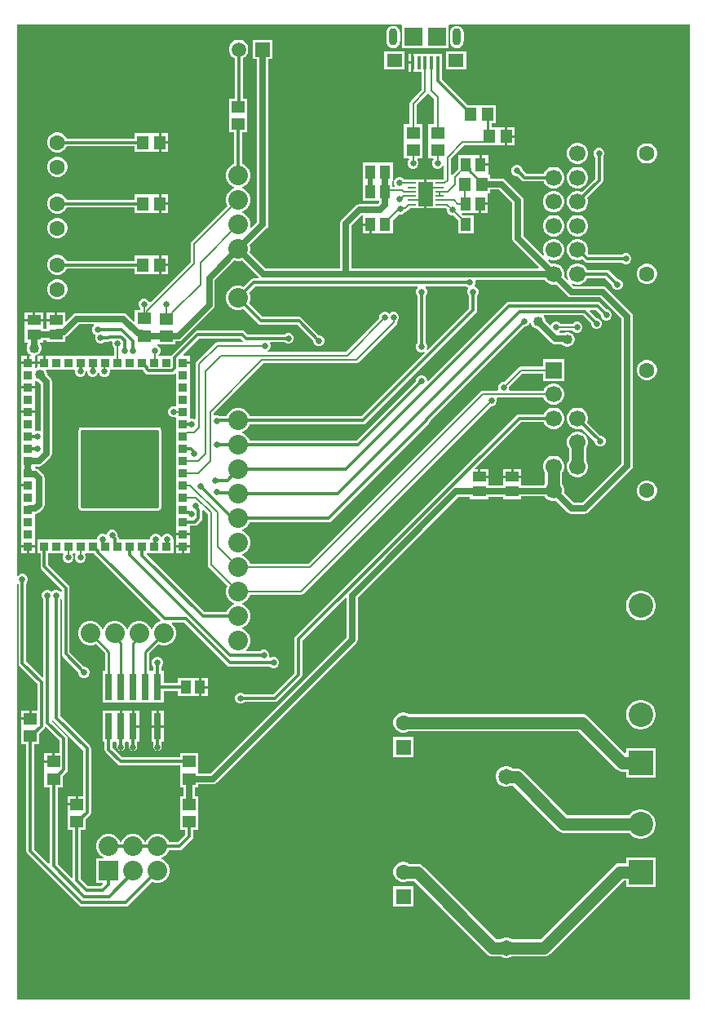
<source format=gbr>
G04*
G04 #@! TF.GenerationSoftware,Altium Limited,Altium Designer,23.2.1 (34)*
G04*
G04 Layer_Physical_Order=1*
G04 Layer_Color=255*
%FSLAX44Y44*%
%MOMM*%
G71*
G04*
G04 #@! TF.SameCoordinates,66AF3463-A4ED-4445-B3F6-74E376143534*
G04*
G04*
G04 #@! TF.FilePolarity,Positive*
G04*
G01*
G75*
%ADD14C,0.2540*%
%ADD15R,1.2000X1.4000*%
%ADD19R,0.7400X2.7900*%
%ADD20R,1.4000X1.2000*%
%ADD21R,1.4000X1.1000*%
%ADD22R,1.1000X1.4000*%
G04:AMPARAMS|DCode=23|XSize=0.84mm|YSize=0.25mm|CornerRadius=0.0313mm|HoleSize=0mm|Usage=FLASHONLY|Rotation=180.000|XOffset=0mm|YOffset=0mm|HoleType=Round|Shape=RoundedRectangle|*
%AMROUNDEDRECTD23*
21,1,0.8400,0.1875,0,0,180.0*
21,1,0.7775,0.2500,0,0,180.0*
1,1,0.0625,-0.3888,0.0938*
1,1,0.0625,0.3888,0.0938*
1,1,0.0625,0.3888,-0.0938*
1,1,0.0625,-0.3888,-0.0938*
%
%ADD23ROUNDEDRECTD23*%
%ADD24R,1.9000X1.9000*%
%ADD25R,1.6000X1.4000*%
%ADD26R,0.4000X1.3500*%
%ADD52C,1.7000*%
%ADD56C,1.6000*%
%ADD60R,0.9000X0.9000*%
%ADD61R,0.9000X0.9000*%
%ADD62R,1.6000X2.5000*%
%ADD63C,0.3048*%
%ADD64C,0.2032*%
%ADD65C,0.6350*%
%ADD66C,0.1524*%
%ADD67C,0.5080*%
%ADD68C,1.2700*%
%ADD69R,1.7000X1.7000*%
%ADD70C,2.0320*%
%ADD71R,2.0320X2.0320*%
%ADD72O,0.9000X1.8000*%
%ADD73C,1.6000*%
%ADD74R,1.6000X1.6000*%
%ADD75C,1.6500*%
%ADD76R,2.5400X2.5400*%
%ADD77C,2.5400*%
%ADD78R,1.5000X1.5000*%
%ADD79C,1.5000*%
%ADD80C,5.0800*%
%ADD81C,0.6350*%
%ADD82C,1.0160*%
G36*
X772661Y2039D02*
X73660D01*
Y432785D01*
X74930Y433464D01*
X75231Y433263D01*
Y351155D01*
X75547Y349569D01*
X76445Y348225D01*
X94916Y329754D01*
Y302130D01*
X88900D01*
Y293590D01*
X87630D01*
Y292320D01*
X78090D01*
Y285050D01*
X78090Y285050D01*
Y284130D01*
X78090D01*
X78090Y283780D01*
Y267050D01*
X83486D01*
Y156210D01*
X83802Y154624D01*
X84700Y153280D01*
X138040Y99940D01*
X139384Y99042D01*
X140970Y98726D01*
X186690D01*
X188276Y99042D01*
X189620Y99940D01*
X214128Y124448D01*
X214808Y124056D01*
X218038Y123190D01*
X221382D01*
X224612Y124056D01*
X227508Y125728D01*
X229872Y128092D01*
X231544Y130988D01*
X232410Y134218D01*
Y137562D01*
X231544Y140792D01*
X229872Y143688D01*
X227508Y146053D01*
X224612Y147725D01*
X223752Y147955D01*
Y149225D01*
X224612Y149455D01*
X227508Y151128D01*
X229872Y153492D01*
X231544Y156388D01*
X231748Y157146D01*
X242570D01*
X244156Y157462D01*
X245500Y158360D01*
X255660Y168520D01*
X256558Y169864D01*
X256874Y171450D01*
Y177930D01*
X262270D01*
Y194660D01*
X262270Y195010D01*
Y195930D01*
X262270Y196280D01*
Y213010D01*
X258557D01*
Y222600D01*
X262270D01*
Y225313D01*
X276860D01*
X279090Y225757D01*
X280980Y227020D01*
X425760Y371800D01*
X427023Y373690D01*
X427467Y375920D01*
Y419226D01*
X531884Y523643D01*
X544180D01*
Y521430D01*
X563260D01*
Y523703D01*
X578470D01*
Y521550D01*
X597550D01*
Y524128D01*
X621737D01*
X622076Y523541D01*
X624131Y521486D01*
X626649Y520032D01*
X629457Y519280D01*
X632363D01*
X633425Y519564D01*
X645300Y507690D01*
X647190Y506427D01*
X649420Y505983D01*
X662940D01*
X665170Y506427D01*
X667060Y507690D01*
X711510Y552140D01*
X712773Y554030D01*
X713217Y556260D01*
Y711200D01*
X712773Y713430D01*
X711510Y715320D01*
X686110Y740720D01*
X684220Y741983D01*
X681990Y742427D01*
X651834D01*
X649888Y744372D01*
X650668Y745388D01*
X651649Y744822D01*
X654457Y744070D01*
X657363D01*
X660171Y744822D01*
X662689Y746276D01*
X664744Y748331D01*
X666198Y750849D01*
X666229Y750966D01*
X684624D01*
X691515Y744075D01*
Y743083D01*
X692385Y740983D01*
X693993Y739375D01*
X696093Y738505D01*
X698367D01*
X700467Y739375D01*
X702075Y740983D01*
X702945Y743083D01*
Y745357D01*
X702075Y747457D01*
X700467Y749065D01*
X698367Y749935D01*
X697375D01*
X689270Y758040D01*
X687926Y758938D01*
X686340Y759254D01*
X666229D01*
X666198Y759371D01*
X664744Y761889D01*
X662689Y763944D01*
X660171Y765398D01*
X657363Y766150D01*
X654457D01*
X651649Y765398D01*
X649131Y763944D01*
X647076Y761889D01*
X645622Y759371D01*
X644870Y756563D01*
Y753657D01*
X645622Y750849D01*
X646189Y749868D01*
X645172Y749088D01*
X641665Y752595D01*
X641950Y753657D01*
Y756563D01*
X641198Y759371D01*
X639744Y761889D01*
X637689Y763944D01*
X635171Y765398D01*
X632363Y766150D01*
X629457D01*
X628395Y765865D01*
X624888Y769372D01*
X625668Y770388D01*
X626649Y769822D01*
X629457Y769070D01*
X632363D01*
X635171Y769822D01*
X637689Y771276D01*
X639744Y773331D01*
X641198Y775849D01*
X641950Y778657D01*
Y781563D01*
X641198Y784371D01*
X639744Y786889D01*
X637689Y788944D01*
X635171Y790398D01*
X632363Y791150D01*
X629457D01*
X626649Y790398D01*
X624131Y788944D01*
X622076Y786889D01*
X620622Y784371D01*
X619870Y781563D01*
Y778657D01*
X620622Y775849D01*
X621189Y774868D01*
X620172Y774088D01*
X599861Y794400D01*
Y830906D01*
X599417Y833136D01*
X598154Y835027D01*
X580700Y852480D01*
X578810Y853743D01*
X576580Y854187D01*
X564910D01*
Y857900D01*
X562982D01*
X562910Y859140D01*
X562910D01*
Y867410D01*
X554870D01*
Y868680D01*
X553600D01*
Y878220D01*
X531830D01*
Y864268D01*
X525756Y858194D01*
X525596Y857953D01*
X524326Y858339D01*
Y874798D01*
X537808Y888280D01*
X558896D01*
X558896Y888280D01*
X559246Y888350D01*
X572070D01*
X572420Y888350D01*
X573340D01*
X573690Y888350D01*
X580610D01*
Y897890D01*
Y907430D01*
X573690D01*
X573340Y907430D01*
X572420D01*
X572070Y907430D01*
X566495D01*
Y911210D01*
X571150D01*
Y930290D01*
X554420D01*
X554070Y930290D01*
X553150D01*
X552800Y930290D01*
X541930D01*
X514734Y957486D01*
Y965090D01*
X515130D01*
Y983670D01*
X485860D01*
Y974380D01*
Y965090D01*
X493964D01*
Y945884D01*
X482576Y934496D01*
X481790Y933319D01*
X481514Y931932D01*
X481514Y931932D01*
Y910240D01*
X475600D01*
Y893510D01*
X475600Y893160D01*
Y892240D01*
X475600Y891890D01*
Y875160D01*
X480472D01*
X480998Y873890D01*
X480295Y873187D01*
X479425Y871087D01*
Y868813D01*
X480295Y866713D01*
X481903Y865105D01*
X484003Y864235D01*
X486277D01*
X488377Y865105D01*
X489985Y866713D01*
X490855Y868813D01*
Y871087D01*
X489985Y873187D01*
X489282Y873890D01*
X489808Y875160D01*
X494680D01*
Y891890D01*
X494680Y892240D01*
Y893160D01*
X494680Y893510D01*
Y910240D01*
X488766D01*
Y930430D01*
X500154Y941818D01*
X500154Y941818D01*
X500276Y942001D01*
X500665Y942130D01*
X501859Y942084D01*
X506914Y937028D01*
Y910240D01*
X501000D01*
Y893510D01*
X501000Y893160D01*
Y892240D01*
X501000Y891890D01*
Y875160D01*
X505872D01*
X506398Y873890D01*
X505695Y873187D01*
X504825Y871087D01*
Y868813D01*
X505695Y866713D01*
X507303Y865105D01*
X509403Y864235D01*
X511677D01*
X513777Y865105D01*
X515385Y866713D01*
X515804Y867725D01*
X517074Y867473D01*
Y854284D01*
X516077Y853296D01*
X508302D01*
X508022Y853240D01*
X499110D01*
Y838200D01*
Y823160D01*
X508022D01*
X508302Y823104D01*
X516077D01*
X517184Y823324D01*
X519018D01*
X520065Y822278D01*
Y820553D01*
X520935Y818453D01*
X522543Y816845D01*
X524643Y815975D01*
X526598D01*
X531710Y810863D01*
Y796910D01*
X547790D01*
Y815990D01*
X536838D01*
X535501Y817327D01*
X535987Y818500D01*
X553480D01*
Y828040D01*
X554750D01*
Y829310D01*
X562790D01*
Y837580D01*
X562790D01*
X562862Y838820D01*
X564910D01*
Y842533D01*
X574166D01*
X588207Y828493D01*
Y791986D01*
X588650Y789756D01*
X589913Y787866D01*
X615669Y762110D01*
X615183Y760937D01*
X421117D01*
Y805306D01*
X431620Y815809D01*
X432890Y815734D01*
Y807720D01*
X440930D01*
Y806450D01*
X442200D01*
Y796910D01*
X463970D01*
Y810863D01*
X470073Y816965D01*
X470482Y816796D01*
X472756D01*
X474856Y817666D01*
X476464Y819274D01*
X476575Y819542D01*
X476758D01*
X476758Y819542D01*
X478145Y819818D01*
X479322Y820604D01*
X481822Y823104D01*
X487378D01*
X487658Y823160D01*
X496570D01*
Y838200D01*
Y853240D01*
X487658D01*
X487378Y853296D01*
X479603D01*
X478489Y853074D01*
X478238Y852907D01*
X475976D01*
X474407Y854475D01*
X472307Y855345D01*
X470033D01*
X467933Y854475D01*
X466325Y852867D01*
X465455Y850767D01*
Y848493D01*
X466218Y846652D01*
X465677Y845382D01*
X463730D01*
Y850280D01*
X463730D01*
X463802Y851520D01*
X463850D01*
Y870600D01*
X432770D01*
Y851520D01*
X432770D01*
X432698Y850280D01*
X432650D01*
Y831200D01*
X449863D01*
Y828944D01*
X448436Y827517D01*
X429260D01*
X427030Y827073D01*
X425140Y825810D01*
X411170Y811840D01*
X409907Y809950D01*
X409463Y807720D01*
Y760937D01*
X331884D01*
X315641Y777180D01*
X316230Y779378D01*
Y782722D01*
X315641Y784920D01*
X333050Y802330D01*
X334313Y804220D01*
X334757Y806450D01*
Y978020D01*
X338970D01*
Y998100D01*
X318890D01*
Y978020D01*
X323103D01*
Y808864D01*
X317006Y802766D01*
X315867Y803424D01*
X316230Y804778D01*
Y808122D01*
X315364Y811352D01*
X313692Y814248D01*
X311328Y816612D01*
X308432Y818285D01*
X307572Y818515D01*
Y819785D01*
X308432Y820015D01*
X311328Y821687D01*
X313692Y824052D01*
X315364Y826948D01*
X316230Y830178D01*
Y833522D01*
X315364Y836752D01*
X313692Y839648D01*
X311328Y842012D01*
X308432Y843684D01*
X307572Y843915D01*
Y845185D01*
X308432Y845415D01*
X311328Y847087D01*
X313692Y849452D01*
X315364Y852348D01*
X316230Y855578D01*
Y858922D01*
X315364Y862152D01*
X313692Y865048D01*
X311328Y867412D01*
X308432Y869084D01*
X307674Y869288D01*
Y901830D01*
X313070D01*
Y918560D01*
X313070Y918910D01*
Y919830D01*
X313070Y920180D01*
Y936910D01*
X308074D01*
Y978859D01*
X310095Y980026D01*
X311964Y981895D01*
X313286Y984185D01*
X313970Y986738D01*
Y989382D01*
X313286Y991935D01*
X311964Y994225D01*
X310095Y996094D01*
X307805Y997416D01*
X305252Y998100D01*
X302608D01*
X300055Y997416D01*
X297765Y996094D01*
X295896Y994225D01*
X294574Y991935D01*
X293890Y989382D01*
Y986738D01*
X294574Y984185D01*
X295896Y981895D01*
X297765Y980026D01*
X299786Y978859D01*
Y936910D01*
X293990D01*
Y920180D01*
X293990Y919830D01*
Y918910D01*
X293990Y918560D01*
Y901830D01*
X299386D01*
Y869288D01*
X298628Y869084D01*
X295732Y867412D01*
X293368Y865048D01*
X291695Y862152D01*
X290830Y858922D01*
Y855578D01*
X291695Y852348D01*
X293368Y849452D01*
X295732Y847087D01*
X298628Y845415D01*
X299488Y845185D01*
Y843915D01*
X298628Y843684D01*
X295732Y842012D01*
X293368Y839648D01*
X291695Y836752D01*
X290830Y833522D01*
Y830178D01*
X291695Y826948D01*
X292356Y825804D01*
X255246Y788694D01*
X254460Y787517D01*
X254184Y786130D01*
X254184Y786130D01*
Y767312D01*
X212560Y725688D01*
X211062Y725986D01*
X210585Y727137D01*
X208977Y728745D01*
X206877Y729615D01*
X204603D01*
X202503Y728745D01*
X200895Y727137D01*
X200025Y725037D01*
Y722763D01*
X200895Y720663D01*
X202114Y719443D01*
Y717420D01*
X196200D01*
Y706510D01*
X195027Y706024D01*
X188270Y712780D01*
X186380Y714043D01*
X184150Y714487D01*
X135890D01*
X133660Y714043D01*
X131770Y712780D01*
X125013Y706024D01*
X123840Y706510D01*
Y715310D01*
X115570D01*
Y707270D01*
X114300D01*
Y706000D01*
X104760D01*
Y698037D01*
X100980D01*
Y705880D01*
X81900D01*
Y699110D01*
Y684110D01*
X84915D01*
X85343Y682859D01*
X84339Y681121D01*
X83820Y679183D01*
Y677177D01*
X84339Y675239D01*
X85343Y673501D01*
X86761Y672083D01*
X88220Y671240D01*
X87935Y669970D01*
X86510D01*
Y664200D01*
X92280D01*
Y669970D01*
X93219Y670768D01*
X94381Y671079D01*
X96119Y672083D01*
X97537Y673501D01*
X98541Y675239D01*
X99060Y677177D01*
Y679183D01*
X98541Y681121D01*
X97537Y682859D01*
X97965Y684110D01*
X100980D01*
Y686383D01*
X104760D01*
Y684230D01*
X123840D01*
Y689169D01*
X124055Y689212D01*
X125945Y690475D01*
X138304Y702833D01*
X153205D01*
X153731Y701563D01*
X152635Y700467D01*
X151765Y698367D01*
Y696093D01*
X152635Y693993D01*
X154243Y692385D01*
X155614Y691817D01*
X154878Y690040D01*
Y687766D01*
X155748Y685666D01*
X157356Y684058D01*
X159456Y683188D01*
X161730D01*
X163830Y684058D01*
X164532Y684759D01*
X168903D01*
X170489Y685075D01*
X171455Y685720D01*
X172388D01*
X173094Y684664D01*
X172720Y683762D01*
Y681488D01*
X173590Y679388D01*
X174809Y678168D01*
Y669970D01*
X103510D01*
Y662930D01*
X102240D01*
Y661660D01*
X95200D01*
Y658130D01*
X94419Y657920D01*
X93550Y657419D01*
X92280Y658152D01*
Y661660D01*
X78200D01*
Y655890D01*
Y643200D01*
Y638810D01*
X92280D01*
Y643487D01*
X93550Y644220D01*
X94419Y643719D01*
X95471Y643437D01*
X98313Y640595D01*
Y592800D01*
X97257Y592094D01*
X96387Y592455D01*
X94113D01*
X93461Y592185D01*
X92280Y593070D01*
Y605100D01*
Y610870D01*
X78200D01*
Y605100D01*
Y592400D01*
Y579700D01*
Y567000D01*
Y554300D01*
Y541600D01*
Y537210D01*
X85240D01*
Y534670D01*
X78200D01*
Y528900D01*
Y516200D01*
Y503500D01*
Y490800D01*
Y478100D01*
Y473720D01*
X92280D01*
Y478100D01*
Y490800D01*
Y506038D01*
X92800D01*
X95030Y506482D01*
X96920Y507745D01*
X100640Y511465D01*
X101903Y513355D01*
X102347Y515585D01*
Y543505D01*
X101903Y545735D01*
X100640Y547626D01*
X96920Y551345D01*
X95030Y552608D01*
X92800Y553052D01*
X92280D01*
Y555423D01*
X96610D01*
X98840Y555867D01*
X100730Y557130D01*
X108260Y564660D01*
X109523Y566550D01*
X109967Y568780D01*
Y643008D01*
X109523Y645238D01*
X108260Y647129D01*
X104980Y650409D01*
Y651823D01*
X104461Y653761D01*
X103965Y654620D01*
X104698Y655890D01*
X133515D01*
X133985Y655187D01*
Y652913D01*
X134855Y650813D01*
X136463Y649205D01*
X138563Y648335D01*
X140837D01*
X142937Y649205D01*
X144545Y650813D01*
X145415Y652913D01*
Y653997D01*
X146050Y654399D01*
X146685Y653997D01*
Y652913D01*
X147555Y650813D01*
X149163Y649205D01*
X151263Y648335D01*
X153537D01*
X155637Y649205D01*
X157245Y650813D01*
X157745Y652020D01*
X159120D01*
X159620Y650813D01*
X161228Y649205D01*
X163328Y648335D01*
X165602D01*
X167702Y649205D01*
X169310Y650813D01*
X170180Y652913D01*
Y655187D01*
X170650Y655890D01*
X204553D01*
X204656Y655371D01*
X205554Y654027D01*
X207637Y651944D01*
X208981Y651046D01*
X210567Y650730D01*
X235213D01*
X236798Y651046D01*
X237930Y651802D01*
X239200Y651414D01*
Y643200D01*
Y630500D01*
Y618466D01*
X238021Y617580D01*
X237357Y617855D01*
X235083D01*
X232983Y616985D01*
X231375Y615377D01*
X230505Y613277D01*
Y611003D01*
X231375Y608903D01*
X232983Y607295D01*
X235083Y606425D01*
X237357D01*
X238144Y606751D01*
X239200Y606045D01*
Y592400D01*
Y579700D01*
Y567000D01*
Y554300D01*
Y541600D01*
Y528900D01*
Y516200D01*
Y503500D01*
Y490800D01*
Y486410D01*
X246240D01*
X253280D01*
Y493696D01*
X258430D01*
X260015Y494012D01*
X261360Y494910D01*
X265262Y498812D01*
X266160Y500156D01*
X266475Y501742D01*
Y509424D01*
X267745Y509950D01*
X271964Y505731D01*
Y453390D01*
X271964Y453390D01*
X272240Y452002D01*
X273026Y450826D01*
X292356Y431496D01*
X291695Y430352D01*
X290830Y427122D01*
Y423778D01*
X291695Y420548D01*
X293368Y417652D01*
X295732Y415288D01*
X298628Y413615D01*
X299488Y413385D01*
Y412115D01*
X298628Y411884D01*
X295732Y410213D01*
X293368Y407848D01*
X291695Y404952D01*
X291492Y404194D01*
X268416D01*
X208470Y464140D01*
X208996Y465410D01*
X236280D01*
Y479490D01*
X235585D01*
Y481197D01*
X234715Y483297D01*
X233107Y484905D01*
X231007Y485775D01*
X228733D01*
X226633Y484905D01*
X225025Y483297D01*
X224525Y482090D01*
X223150D01*
X222650Y483297D01*
X221042Y484905D01*
X218942Y485775D01*
X216668D01*
X214568Y484905D01*
X212960Y483297D01*
X212090Y481197D01*
Y479490D01*
X179608D01*
Y480233D01*
X179292Y481818D01*
X178435Y483101D01*
Y485007D01*
X177565Y487107D01*
X175957Y488715D01*
X173857Y489585D01*
X171583D01*
X169483Y488715D01*
X167875Y487107D01*
X167148Y485351D01*
X165832Y484871D01*
X165797Y484905D01*
X163697Y485775D01*
X161423D01*
X159323Y484905D01*
X157715Y483297D01*
X156845Y481197D01*
Y479490D01*
X95200D01*
Y465410D01*
X98096D01*
Y451304D01*
X98412Y449718D01*
X99310Y448374D01*
X120219Y427465D01*
Y425462D01*
X119874Y425274D01*
X118949Y425073D01*
X117537Y426485D01*
X115437Y427355D01*
X113163D01*
X111063Y426485D01*
X109855Y425277D01*
X108647Y426485D01*
X106547Y427355D01*
X104273D01*
X102173Y426485D01*
X100565Y424877D01*
X99695Y422777D01*
Y420503D01*
X100565Y418403D01*
X101266Y417701D01*
Y336783D01*
X100093Y336297D01*
X83519Y352871D01*
Y434211D01*
X84220Y434913D01*
X85090Y437013D01*
Y439287D01*
X84220Y441387D01*
X82612Y442995D01*
X80512Y443865D01*
X78238D01*
X76138Y442995D01*
X74930Y441787D01*
X73660Y442313D01*
Y1013961D01*
X464204D01*
X464288Y1012691D01*
X463680Y1012611D01*
X462752Y1012489D01*
X461040Y1011779D01*
X459569Y1010651D01*
X458441Y1009180D01*
X457731Y1007468D01*
X457489Y1005630D01*
Y996630D01*
X457731Y994792D01*
X458441Y993080D01*
X459569Y991609D01*
X461040Y990481D01*
X462752Y989771D01*
X464590Y989529D01*
X466428Y989771D01*
X468140Y990481D01*
X469611Y991609D01*
X470739Y993080D01*
X471449Y994792D01*
X471691Y996630D01*
Y1005630D01*
X471449Y1007468D01*
X470739Y1009180D01*
X469611Y1010651D01*
X468140Y1011779D01*
X466428Y1012489D01*
X465500Y1012611D01*
X464892Y1012691D01*
X464976Y1013961D01*
X472608D01*
X473550Y1013170D01*
X473550Y1012691D01*
Y989090D01*
X521630D01*
Y1012691D01*
X521630Y1013170D01*
X522572Y1013961D01*
X530204D01*
X530288Y1012691D01*
X529680Y1012611D01*
X528752Y1012489D01*
X527040Y1011779D01*
X525569Y1010651D01*
X524441Y1009180D01*
X523731Y1007468D01*
X523489Y1005630D01*
Y996630D01*
X523731Y994792D01*
X524441Y993080D01*
X525569Y991609D01*
X527040Y990481D01*
X528752Y989771D01*
X530590Y989529D01*
X532428Y989771D01*
X534140Y990481D01*
X535611Y991609D01*
X536739Y993080D01*
X537449Y994792D01*
X537691Y996630D01*
Y1005630D01*
X537449Y1007468D01*
X536739Y1009180D01*
X535611Y1010651D01*
X534140Y1011779D01*
X532428Y1012489D01*
X531500Y1012611D01*
X530892Y1012691D01*
X530976Y1013961D01*
X772661D01*
Y2039D01*
D02*
G37*
G36*
X324801Y751539D02*
X324275Y750269D01*
X319405D01*
X317819Y749953D01*
X316475Y749055D01*
X309112Y741692D01*
X308432Y742085D01*
X305202Y742950D01*
X301858D01*
X298628Y742085D01*
X295732Y740413D01*
X293368Y738048D01*
X291695Y735152D01*
X290830Y731922D01*
Y728578D01*
X291695Y725348D01*
X293368Y722452D01*
X295732Y720088D01*
X298628Y718416D01*
X301858Y717550D01*
X305202D01*
X308432Y718416D01*
X309112Y718808D01*
X324478Y703443D01*
X325822Y702544D01*
X327407Y702229D01*
X365061D01*
X381635Y685655D01*
Y684663D01*
X382505Y682563D01*
X384113Y680955D01*
X386213Y680085D01*
X388487D01*
X390587Y680955D01*
X392195Y682563D01*
X393065Y684663D01*
Y686937D01*
X392195Y689037D01*
X390587Y690645D01*
X388487Y691515D01*
X387495D01*
X369707Y709303D01*
X368363Y710201D01*
X366777Y710516D01*
X329124D01*
X314972Y724668D01*
X315364Y725348D01*
X316230Y728578D01*
Y731922D01*
X315364Y735152D01*
X314972Y735832D01*
X321121Y741981D01*
X489533D01*
X490059Y740711D01*
X489185Y739837D01*
X488315Y737737D01*
Y735463D01*
X489185Y733363D01*
X489886Y732661D01*
Y683389D01*
X489185Y682687D01*
X488315Y680587D01*
Y678313D01*
X489185Y676213D01*
X490793Y674605D01*
X492893Y673735D01*
X495167D01*
X496417Y674253D01*
X497136Y673176D01*
X431354Y607394D01*
X315568D01*
X315364Y608152D01*
X313692Y611048D01*
X311328Y613413D01*
X308432Y615084D01*
X305202Y615950D01*
X301858D01*
X298628Y615084D01*
X295732Y613413D01*
X293368Y611048D01*
X291695Y608152D01*
X291417Y607111D01*
X284961D01*
X284542Y607531D01*
X282442Y608401D01*
X280168D01*
X279216Y608006D01*
X277946Y608855D01*
Y610638D01*
X329670Y662362D01*
X425958D01*
X425958Y662362D01*
X427346Y662638D01*
X428522Y663424D01*
X467384Y702286D01*
X467384Y702286D01*
X468170Y703463D01*
X468446Y704850D01*
X468446Y704850D01*
Y705473D01*
X469665Y706693D01*
X470535Y708793D01*
Y711067D01*
X469665Y713167D01*
X468057Y714775D01*
X465957Y715645D01*
X463683D01*
X461583Y714775D01*
X460375Y713567D01*
X459167Y714775D01*
X457067Y715645D01*
X454793D01*
X452693Y714775D01*
X451085Y713167D01*
X450215Y711067D01*
Y709342D01*
X415058Y674186D01*
X333947D01*
X333695Y675456D01*
X334707Y675875D01*
X336315Y677483D01*
X337185Y679583D01*
Y681857D01*
X336742Y682926D01*
X337591Y684196D01*
X351661D01*
X352363Y683495D01*
X354463Y682625D01*
X356737D01*
X358837Y683495D01*
X360445Y685103D01*
X361315Y687203D01*
Y689477D01*
X360445Y691577D01*
X358837Y693185D01*
X356737Y694055D01*
X354463D01*
X352363Y693185D01*
X351661Y692484D01*
X313386D01*
X310790Y695080D01*
X309445Y695978D01*
X307860Y696294D01*
X261431D01*
X259845Y695978D01*
X258501Y695080D01*
X234810Y671389D01*
X233912Y670045D01*
X233897Y669970D01*
X220932D01*
X220852Y671240D01*
X222015Y672403D01*
X222885Y674503D01*
Y676777D01*
X222015Y678877D01*
X220407Y680485D01*
X219526Y680850D01*
X219778Y682120D01*
X238140D01*
Y685053D01*
X241300D01*
X243530Y685497D01*
X245420Y686760D01*
X277551Y718891D01*
X278814Y720781D01*
X279258Y723011D01*
Y748537D01*
X299660Y768939D01*
X301858Y768350D01*
X305202D01*
X307400Y768939D01*
X324801Y751539D01*
D02*
G37*
G36*
X622076Y748331D02*
X624131Y746276D01*
X626649Y744822D01*
X629457Y744070D01*
X632363D01*
X633425Y744354D01*
X645300Y732480D01*
X647190Y731217D01*
X649420Y730773D01*
X679576D01*
X701563Y708786D01*
Y558674D01*
X660526Y517637D01*
X651834D01*
X641665Y527805D01*
X641950Y528867D01*
Y531773D01*
X641198Y534581D01*
X639877Y536869D01*
Y548771D01*
X641198Y551059D01*
X641950Y553867D01*
Y556773D01*
X641198Y559581D01*
X639744Y562099D01*
X637689Y564154D01*
X635171Y565608D01*
X632363Y566360D01*
X629457D01*
X626649Y565608D01*
X624131Y564154D01*
X622076Y562099D01*
X620622Y559581D01*
X619870Y556773D01*
Y553867D01*
X620622Y551059D01*
X621943Y548771D01*
Y536869D01*
X621316Y535782D01*
X597550D01*
Y543320D01*
X578470D01*
Y535357D01*
X563260D01*
Y543200D01*
X553720D01*
Y544470D01*
X552450D01*
Y552510D01*
X549792D01*
X549306Y553683D01*
X596799Y601176D01*
X620591D01*
X620622Y601059D01*
X622076Y598541D01*
X624131Y596486D01*
X626649Y595032D01*
X629457Y594280D01*
X632363D01*
X635171Y595032D01*
X637689Y596486D01*
X639744Y598541D01*
X641198Y601059D01*
X641950Y603867D01*
Y606773D01*
X641198Y609581D01*
X639744Y612099D01*
X637689Y614154D01*
X635171Y615608D01*
X632363Y616360D01*
X629457D01*
X626649Y615608D01*
X624131Y614154D01*
X622076Y612099D01*
X620622Y609581D01*
X620591Y609464D01*
X595083D01*
X593497Y609148D01*
X592152Y608250D01*
X362830Y378927D01*
X361932Y377583D01*
X361616Y375998D01*
Y340806D01*
X339914Y319104D01*
X310009D01*
X309307Y319805D01*
X307207Y320675D01*
X304933D01*
X302833Y319805D01*
X301225Y318197D01*
X300355Y316097D01*
Y313823D01*
X301225Y311723D01*
X302833Y310115D01*
X304933Y309245D01*
X307207D01*
X309307Y310115D01*
X310009Y310816D01*
X341630D01*
X343216Y311132D01*
X344560Y312030D01*
X368690Y336160D01*
X369588Y337504D01*
X369904Y339090D01*
Y374281D01*
X414640Y419017D01*
X415813Y418531D01*
Y378334D01*
X274446Y236967D01*
X262270D01*
Y239330D01*
X262270Y239680D01*
Y240600D01*
X262270Y240950D01*
Y257680D01*
X243190D01*
Y253284D01*
X183106D01*
X173054Y263336D01*
Y268362D01*
X173952Y269260D01*
X175150Y269260D01*
X176568Y269260D01*
X177466Y268362D01*
Y264160D01*
X177782Y262574D01*
X178680Y261230D01*
X180024Y260332D01*
X181610Y260016D01*
X183196Y260332D01*
X184540Y261230D01*
X185438Y262574D01*
X185754Y264160D01*
Y268362D01*
X186652Y269260D01*
X187850Y269260D01*
X189268Y269260D01*
X190166Y268362D01*
Y264160D01*
X190482Y262574D01*
X191380Y261230D01*
X192724Y260332D01*
X194310Y260016D01*
X195896Y260332D01*
X197240Y261230D01*
X198138Y262574D01*
X198454Y264160D01*
Y269260D01*
X200550D01*
Y284480D01*
X194310D01*
Y285750D01*
X193040D01*
Y302240D01*
X189120D01*
X188070Y302240D01*
X186800Y302240D01*
X182880D01*
Y285750D01*
X180340D01*
Y302240D01*
X176420D01*
X175370Y302240D01*
X174100Y302240D01*
X162670D01*
Y269260D01*
X164766D01*
Y261620D01*
X165082Y260034D01*
X165980Y258690D01*
X178460Y246210D01*
X179804Y245312D01*
X181390Y244996D01*
X243190D01*
Y240950D01*
X243190Y240600D01*
Y239680D01*
X243190Y239330D01*
Y222600D01*
X246903D01*
Y213010D01*
X243190D01*
Y196280D01*
X243190Y195930D01*
Y195010D01*
X243190Y194660D01*
Y177930D01*
X248586D01*
Y173166D01*
X240854Y165434D01*
X231748D01*
X231544Y166192D01*
X229872Y169088D01*
X227508Y171453D01*
X224612Y173125D01*
X221382Y173990D01*
X218038D01*
X214808Y173125D01*
X211912Y171453D01*
X209548Y169088D01*
X207875Y166192D01*
X207672Y165434D01*
X206348D01*
X206145Y166192D01*
X204473Y169088D01*
X202108Y171453D01*
X199212Y173125D01*
X195982Y173990D01*
X192638D01*
X189408Y173125D01*
X186512Y171453D01*
X184147Y169088D01*
X182475Y166192D01*
X182272Y165434D01*
X180948D01*
X180744Y166192D01*
X179072Y169088D01*
X176708Y171453D01*
X173812Y173125D01*
X170582Y173990D01*
X167238D01*
X164008Y173125D01*
X161112Y171453D01*
X158748Y169088D01*
X157076Y166192D01*
X156210Y162962D01*
Y159618D01*
X157076Y156388D01*
X158748Y153492D01*
X161112Y151128D01*
X163307Y149860D01*
X162967Y148590D01*
X156210D01*
Y123190D01*
X162661D01*
X163147Y122017D01*
X160844Y119714D01*
X148590D01*
X148552Y119706D01*
X147774D01*
X140034Y127446D01*
Y178150D01*
X145430D01*
Y189370D01*
X149376Y193316D01*
X150274Y194660D01*
X150590Y196246D01*
Y262494D01*
X150274Y264080D01*
X149376Y265424D01*
X118444Y296356D01*
Y417130D01*
X118949Y417558D01*
X120219Y416969D01*
Y360777D01*
X120535Y359191D01*
X121433Y357847D01*
X137795Y341485D01*
Y340493D01*
X138665Y338393D01*
X140273Y336785D01*
X142373Y335915D01*
X144647D01*
X146747Y336785D01*
X148355Y338393D01*
X149225Y340493D01*
Y342767D01*
X148355Y344867D01*
X146747Y346475D01*
X144647Y347345D01*
X143655D01*
X128507Y362493D01*
Y429181D01*
X128191Y430767D01*
X127293Y432111D01*
X106384Y453020D01*
Y465410D01*
X121658D01*
X122111Y464140D01*
X121285Y462147D01*
Y459873D01*
X122155Y457773D01*
X123763Y456165D01*
X125863Y455295D01*
X128137D01*
X130237Y456165D01*
X131845Y457773D01*
X132715Y459873D01*
Y462147D01*
X131889Y464140D01*
X132342Y465410D01*
X134358D01*
X134811Y464140D01*
X133985Y462147D01*
Y459873D01*
X134855Y457773D01*
X136463Y456165D01*
X138563Y455295D01*
X140837D01*
X142937Y456165D01*
X144545Y457773D01*
X145415Y459873D01*
Y462147D01*
X144589Y464140D01*
X145042Y465410D01*
X153753D01*
X153856Y464891D01*
X154754Y463547D01*
X222656Y395645D01*
X222328Y394418D01*
X221158Y394104D01*
X218262Y392433D01*
X215898Y390068D01*
X214226Y387172D01*
X213995Y386312D01*
X212725D01*
X212495Y387172D01*
X210823Y390068D01*
X208458Y392433D01*
X205562Y394104D01*
X202332Y394970D01*
X198988D01*
X195758Y394104D01*
X192862Y392433D01*
X190497Y390068D01*
X188825Y387172D01*
X188595Y386312D01*
X187325D01*
X187094Y387172D01*
X185422Y390068D01*
X183058Y392433D01*
X180162Y394104D01*
X176932Y394970D01*
X173588D01*
X170358Y394104D01*
X167462Y392433D01*
X165098Y390068D01*
X163426Y387172D01*
X163195Y386312D01*
X161925D01*
X161695Y387172D01*
X160023Y390068D01*
X157658Y392433D01*
X154762Y394104D01*
X151532Y394970D01*
X148188D01*
X144958Y394104D01*
X142062Y392433D01*
X139698Y390068D01*
X138026Y387172D01*
X137160Y383942D01*
Y380598D01*
X138026Y377368D01*
X139698Y374472D01*
X142062Y372108D01*
X144958Y370435D01*
X148188Y369570D01*
X151532D01*
X154762Y370435D01*
X155674Y370962D01*
X165025Y361611D01*
Y342940D01*
X162670D01*
Y309960D01*
X175150D01*
Y309960D01*
X175370D01*
Y309960D01*
X187850D01*
Y309960D01*
X188070D01*
Y309960D01*
X200550D01*
Y309960D01*
X200770D01*
Y309960D01*
X212200D01*
X213250Y309960D01*
X214520Y309960D01*
X225950D01*
Y322306D01*
X240880D01*
Y316850D01*
X262650D01*
Y326390D01*
Y335930D01*
X240880D01*
Y330594D01*
X225950D01*
Y342940D01*
X223854D01*
Y347851D01*
X224555Y348553D01*
X225425Y350653D01*
Y352927D01*
X224555Y355027D01*
X222947Y356635D01*
X220847Y357505D01*
X218573D01*
X216473Y356635D01*
X214865Y355027D01*
X213995Y352927D01*
Y350653D01*
X214865Y348553D01*
X215566Y347851D01*
Y343838D01*
X214668Y342940D01*
X213470Y342940D01*
X212200Y342940D01*
X210895D01*
Y361611D01*
X220246Y370962D01*
X221158Y370435D01*
X224388Y369570D01*
X227732D01*
X230962Y370435D01*
X233858Y372108D01*
X236222Y374472D01*
X237894Y377368D01*
X238760Y380598D01*
Y383942D01*
X237894Y387172D01*
X236222Y390068D01*
X234448Y391842D01*
X234974Y393112D01*
X247643D01*
X291895Y348860D01*
X293240Y347962D01*
X294825Y347646D01*
X336421D01*
X337123Y346945D01*
X339223Y346075D01*
X341497D01*
X343597Y346945D01*
X345205Y348553D01*
X346075Y350653D01*
Y352927D01*
X345205Y355027D01*
X343597Y356635D01*
X341497Y357505D01*
X339223D01*
X337123Y356635D01*
X336652Y356735D01*
X335879Y358187D01*
X335915Y358273D01*
Y360547D01*
X335045Y362647D01*
X333437Y364255D01*
X331337Y365125D01*
X329063D01*
X326963Y364255D01*
X326261Y363554D01*
X312139D01*
X311664Y364824D01*
X313692Y366852D01*
X315364Y369748D01*
X316230Y372978D01*
Y376322D01*
X315364Y379552D01*
X313692Y382448D01*
X311328Y384813D01*
X308432Y386484D01*
X307572Y386715D01*
Y387985D01*
X308432Y388215D01*
X311328Y389888D01*
X313692Y392252D01*
X315364Y395148D01*
X316230Y398378D01*
Y401722D01*
X315364Y404952D01*
X313692Y407848D01*
X311328Y410213D01*
X308432Y411884D01*
X307572Y412115D01*
Y413385D01*
X308432Y413615D01*
X311328Y415288D01*
X313692Y417652D01*
X315364Y420548D01*
X315707Y421824D01*
X368300D01*
X368300Y421824D01*
X369688Y422100D01*
X370864Y422886D01*
X565832Y617855D01*
X567557D01*
X569657Y618725D01*
X571265Y620333D01*
X572135Y622433D01*
Y624707D01*
X571749Y625638D01*
X572455Y626694D01*
X620452D01*
X620622Y626059D01*
X622076Y623541D01*
X624131Y621486D01*
X626649Y620032D01*
X629457Y619280D01*
X632363D01*
X635171Y620032D01*
X637689Y621486D01*
X639744Y623541D01*
X641198Y626059D01*
X641950Y628867D01*
Y631773D01*
X641198Y634581D01*
X639744Y637099D01*
X637689Y639154D01*
X635171Y640608D01*
X632363Y641360D01*
X629457D01*
X626649Y640608D01*
X624131Y639154D01*
X622076Y637099D01*
X620622Y634581D01*
X620452Y633946D01*
X585192D01*
X584343Y635216D01*
X584835Y636403D01*
Y638128D01*
X598402Y651694D01*
X619870D01*
Y644280D01*
X641950D01*
Y666360D01*
X619870D01*
Y658946D01*
X596900D01*
X595513Y658670D01*
X594336Y657884D01*
X594336Y657884D01*
X579707Y643255D01*
X577983D01*
X575883Y642385D01*
X574275Y640777D01*
X573405Y638677D01*
Y636403D01*
X573897Y635216D01*
X573048Y633946D01*
X557404D01*
X557404Y633946D01*
X556017Y633670D01*
X554840Y632884D01*
X554840Y632884D01*
X376432Y454476D01*
X315707D01*
X315364Y455752D01*
X313692Y458648D01*
X311328Y461012D01*
X308432Y462685D01*
X307572Y462915D01*
Y464185D01*
X308432Y464416D01*
X311328Y466087D01*
X313692Y468452D01*
X315364Y471348D01*
X316230Y474578D01*
Y477922D01*
X315364Y481152D01*
X313692Y484048D01*
X311328Y486413D01*
X308432Y488084D01*
X307572Y488315D01*
Y489585D01*
X308432Y489815D01*
X311328Y491488D01*
X313692Y493852D01*
X315364Y496748D01*
X315568Y497506D01*
X397510D01*
X399096Y497822D01*
X400440Y498720D01*
X501846Y600126D01*
X502744Y601470D01*
X502948Y602498D01*
X600855Y700405D01*
X601847D01*
X603947Y701275D01*
X605555Y702883D01*
X606034Y704039D01*
X607372Y703951D01*
X607579Y703179D01*
X608582Y701441D01*
X610001Y700023D01*
X611739Y699019D01*
X613677Y698500D01*
X614059D01*
X628881Y683679D01*
X630771Y682416D01*
X633001Y681972D01*
X639482D01*
X640481Y680973D01*
X642219Y679969D01*
X644157Y679450D01*
X646163D01*
X648101Y679969D01*
X649839Y680973D01*
X651257Y682391D01*
X652261Y684129D01*
X652780Y686067D01*
Y688073D01*
X652261Y690011D01*
X651257Y691749D01*
X649839Y693167D01*
X648101Y694171D01*
X646163Y694690D01*
X644157D01*
X642219Y694171D01*
X641275Y693626D01*
X637150D01*
X636897Y694896D01*
X636967Y694925D01*
X638187Y696144D01*
X650863D01*
X652083Y694925D01*
X654183Y694055D01*
X656457D01*
X658557Y694925D01*
X660165Y696533D01*
X661035Y698633D01*
Y700907D01*
X660165Y703007D01*
X658557Y704615D01*
X656457Y705485D01*
X654183D01*
X652083Y704615D01*
X650863Y703396D01*
X638187D01*
X636967Y704615D01*
X634867Y705485D01*
X632593D01*
X630493Y704615D01*
X628885Y703007D01*
X628487Y702047D01*
X627242Y701799D01*
X622300Y706741D01*
Y707123D01*
X621781Y709061D01*
X620778Y710799D01*
X620613Y710963D01*
X621099Y712136D01*
X661224D01*
X669925Y703435D01*
Y702443D01*
X670795Y700343D01*
X672403Y698735D01*
X674503Y697865D01*
X676777D01*
X678877Y698735D01*
X680485Y700343D01*
X681355Y702443D01*
Y704717D01*
X680485Y706817D01*
X678877Y708425D01*
X676777Y709295D01*
X675785D01*
X668529Y716551D01*
X669015Y717724D01*
X674686D01*
X680085Y712325D01*
Y711333D01*
X680955Y709233D01*
X682563Y707625D01*
X684663Y706755D01*
X686937D01*
X689037Y707625D01*
X690645Y709233D01*
X691515Y711333D01*
Y713607D01*
X690645Y715707D01*
X689037Y717315D01*
X686937Y718185D01*
X685945D01*
X679332Y724798D01*
X677988Y725696D01*
X676402Y726012D01*
X584708D01*
X583122Y725696D01*
X581778Y724798D01*
X500918Y643938D01*
X499745Y644424D01*
Y645027D01*
X498875Y647127D01*
X497267Y648735D01*
X495167Y649605D01*
X492893D01*
X490793Y648735D01*
X489185Y647127D01*
X488315Y645027D01*
Y644035D01*
X426274Y581994D01*
X315568D01*
X315364Y582752D01*
X313692Y585648D01*
X311328Y588013D01*
X308432Y589684D01*
X307572Y589915D01*
Y591185D01*
X308432Y591415D01*
X311328Y593088D01*
X313692Y595452D01*
X315364Y598348D01*
X315568Y599106D01*
X433070D01*
X434656Y599422D01*
X436000Y600320D01*
X550300Y714620D01*
X551198Y715964D01*
X551514Y717550D01*
Y732661D01*
X552215Y733363D01*
X553085Y735463D01*
Y737737D01*
X552215Y739837D01*
X550607Y741445D01*
X549749Y741801D01*
X549040Y742888D01*
X549208Y743294D01*
X549910Y744988D01*
Y747262D01*
X549510Y748227D01*
X550216Y749283D01*
X621526D01*
X622076Y748331D01*
D02*
G37*
G36*
X308534Y685616D02*
X308350Y684811D01*
X308046Y684346D01*
X281940D01*
X281940Y684346D01*
X280553Y684070D01*
X279376Y683284D01*
X279376Y683284D01*
X260326Y664234D01*
X259540Y663057D01*
X259264Y661670D01*
X259264Y661670D01*
Y605187D01*
X257994Y604497D01*
X256407Y605155D01*
X254133D01*
X253280Y606176D01*
Y617800D01*
Y630500D01*
Y643200D01*
Y655890D01*
Y661660D01*
X246240D01*
Y664200D01*
X253280D01*
Y669970D01*
X246770D01*
X246284Y671143D01*
X263147Y688006D01*
X306143D01*
X308534Y685616D01*
D02*
G37*
G36*
X540958Y741280D02*
X541816Y740925D01*
X542525Y739837D01*
X542357Y739431D01*
X541655Y737737D01*
Y735463D01*
X542525Y733363D01*
X543226Y732661D01*
Y719266D01*
X500304Y676344D01*
X499227Y677063D01*
X499745Y678313D01*
Y680587D01*
X498875Y682687D01*
X498174Y683389D01*
Y732661D01*
X498875Y733363D01*
X499745Y735463D01*
Y737737D01*
X498875Y739837D01*
X498001Y740711D01*
X498527Y741981D01*
X540256D01*
X540958Y741280D01*
D02*
G37*
G36*
X118172Y270938D02*
Y257680D01*
X113030D01*
Y249140D01*
X111760D01*
Y247870D01*
X102220D01*
Y240600D01*
X102220Y240600D01*
Y239680D01*
X102220D01*
X102220Y239330D01*
Y222600D01*
X107616D01*
Y143743D01*
X106443Y143257D01*
X91774Y157926D01*
Y267050D01*
X97170D01*
Y278270D01*
X101990Y283090D01*
X102888Y284434D01*
X102922Y284604D01*
X104137Y284973D01*
X118172Y270938D01*
D02*
G37*
G36*
X111370Y291710D02*
X142302Y260778D01*
Y213230D01*
X137160D01*
Y204690D01*
X135890D01*
Y203420D01*
X126350D01*
Y196150D01*
X126350Y196150D01*
Y195230D01*
X126350D01*
X126350Y194880D01*
Y178150D01*
X131746D01*
Y128503D01*
X130573Y128017D01*
X115904Y142686D01*
Y222600D01*
X121300D01*
Y233820D01*
X125246Y237766D01*
X126144Y239110D01*
X126460Y240696D01*
Y272654D01*
X126144Y274240D01*
X125246Y275584D01*
X109901Y290929D01*
X109988Y291492D01*
X111320Y291786D01*
X111370Y291710D01*
D02*
G37*
%LPC*%
G36*
X483320Y983670D02*
X480050D01*
Y975650D01*
X483320D01*
Y983670D01*
D02*
G37*
G36*
X540130Y986170D02*
X519050D01*
Y967090D01*
X540130D01*
Y986170D01*
D02*
G37*
G36*
X476130D02*
X455050D01*
Y967090D01*
X476130D01*
Y986170D01*
D02*
G37*
G36*
X483320Y973110D02*
X480050D01*
Y965090D01*
X483320D01*
Y973110D01*
D02*
G37*
G36*
X583150Y907430D02*
Y899160D01*
X590420D01*
Y907430D01*
X583150D01*
D02*
G37*
G36*
X223520Y901080D02*
Y892810D01*
X230790D01*
Y901080D01*
X223520D01*
D02*
G37*
G36*
X590420Y896620D02*
X583150D01*
Y888350D01*
X590420D01*
Y896620D01*
D02*
G37*
G36*
X230790Y890270D02*
X223520D01*
Y882000D01*
X230790D01*
Y890270D01*
D02*
G37*
G36*
X116958Y902080D02*
X114182D01*
X111502Y901362D01*
X109098Y899974D01*
X107136Y898012D01*
X105748Y895608D01*
X105030Y892928D01*
Y890152D01*
X105748Y887472D01*
X107136Y885068D01*
X109098Y883106D01*
X111502Y881718D01*
X114182Y881000D01*
X116958D01*
X119638Y881718D01*
X122042Y883106D01*
X124004Y885068D01*
X125348Y887396D01*
X195710D01*
Y882000D01*
X212440D01*
X212790Y882000D01*
X213710D01*
X214060Y882000D01*
X220980D01*
Y891540D01*
Y901080D01*
X214060D01*
X213710Y901080D01*
X212790D01*
X212440Y901080D01*
X195710D01*
Y895684D01*
X125348D01*
X124004Y898012D01*
X122042Y899974D01*
X119638Y901362D01*
X116958Y902080D01*
D02*
G37*
G36*
X562910Y878220D02*
X556140D01*
Y869950D01*
X562910D01*
Y878220D01*
D02*
G37*
G36*
X729098Y890650D02*
X726322D01*
X723642Y889932D01*
X721238Y888544D01*
X719276Y886582D01*
X717888Y884178D01*
X717170Y881498D01*
Y878722D01*
X717888Y876042D01*
X719276Y873638D01*
X721238Y871676D01*
X723642Y870288D01*
X726322Y869570D01*
X729098D01*
X731778Y870288D01*
X734182Y871676D01*
X736144Y873638D01*
X737532Y876042D01*
X738250Y878722D01*
Y881498D01*
X737532Y884178D01*
X736144Y886582D01*
X734182Y888544D01*
X731778Y889932D01*
X729098Y890650D01*
D02*
G37*
G36*
X657363Y891150D02*
X654457D01*
X651649Y890398D01*
X649131Y888944D01*
X647076Y886889D01*
X645622Y884371D01*
X644870Y881563D01*
Y878657D01*
X645622Y875849D01*
X647076Y873331D01*
X649131Y871276D01*
X651649Y869822D01*
X654457Y869070D01*
X657363D01*
X660171Y869822D01*
X662689Y871276D01*
X664744Y873331D01*
X666198Y875849D01*
X666950Y878657D01*
Y881563D01*
X666198Y884371D01*
X664744Y886889D01*
X662689Y888944D01*
X660171Y890398D01*
X657363Y891150D01*
D02*
G37*
G36*
X116958Y876680D02*
X114182D01*
X111502Y875962D01*
X109098Y874574D01*
X107136Y872612D01*
X105748Y870208D01*
X105030Y867528D01*
Y864752D01*
X105748Y862072D01*
X107136Y859668D01*
X109098Y857706D01*
X111502Y856318D01*
X114182Y855600D01*
X116958D01*
X119638Y856318D01*
X122042Y857706D01*
X124004Y859668D01*
X125392Y862072D01*
X126110Y864752D01*
Y867528D01*
X125392Y870208D01*
X124004Y872612D01*
X122042Y874574D01*
X119638Y875962D01*
X116958Y876680D01*
D02*
G37*
G36*
X657363Y866150D02*
X654457D01*
X651649Y865398D01*
X649131Y863944D01*
X647076Y861889D01*
X645622Y859371D01*
X644870Y856563D01*
Y853657D01*
X645622Y850849D01*
X647076Y848331D01*
X649131Y846276D01*
X651649Y844822D01*
X654457Y844070D01*
X657363D01*
X660171Y844822D01*
X662689Y846276D01*
X664744Y848331D01*
X666198Y850849D01*
X666950Y853657D01*
Y856563D01*
X666198Y859371D01*
X664744Y861889D01*
X662689Y863944D01*
X660171Y865398D01*
X657363Y866150D01*
D02*
G37*
G36*
X594227Y868045D02*
X591953D01*
X589853Y867175D01*
X588245Y865567D01*
X587375Y863467D01*
Y861193D01*
X588245Y859093D01*
X589853Y857485D01*
X591953Y856615D01*
X593330D01*
X597765Y852180D01*
X599109Y851282D01*
X600695Y850966D01*
X620591D01*
X620622Y850849D01*
X622076Y848331D01*
X624131Y846276D01*
X626649Y844822D01*
X629457Y844070D01*
X632363D01*
X635171Y844822D01*
X637689Y846276D01*
X639744Y848331D01*
X641198Y850849D01*
X641950Y853657D01*
Y856563D01*
X641198Y859371D01*
X639744Y861889D01*
X637689Y863944D01*
X635171Y865398D01*
X632363Y866150D01*
X629457D01*
X626649Y865398D01*
X624131Y863944D01*
X622076Y861889D01*
X620622Y859371D01*
X620591Y859254D01*
X602411D01*
X598805Y862860D01*
Y863467D01*
X597935Y865567D01*
X596327Y867175D01*
X594227Y868045D01*
D02*
G37*
G36*
X679317Y885825D02*
X677043D01*
X674943Y884955D01*
X673335Y883347D01*
X672465Y881247D01*
Y878973D01*
X673335Y876873D01*
X674036Y876171D01*
Y854096D01*
X660277Y840337D01*
X660171Y840398D01*
X657363Y841150D01*
X654457D01*
X651649Y840398D01*
X649131Y838944D01*
X647076Y836889D01*
X645622Y834371D01*
X644870Y831563D01*
Y828657D01*
X645622Y825849D01*
X647076Y823331D01*
X649131Y821276D01*
X651649Y819822D01*
X654457Y819070D01*
X657363D01*
X660171Y819822D01*
X662689Y821276D01*
X664744Y823331D01*
X666198Y825849D01*
X666950Y828657D01*
Y831563D01*
X666198Y834371D01*
X666137Y834477D01*
X681110Y849450D01*
X682008Y850794D01*
X682324Y852380D01*
Y876171D01*
X683025Y876873D01*
X683895Y878973D01*
Y881247D01*
X683025Y883347D01*
X681417Y884955D01*
X679317Y885825D01*
D02*
G37*
G36*
X223740Y837580D02*
Y829310D01*
X231010D01*
Y837580D01*
X223740D01*
D02*
G37*
G36*
X632363Y841150D02*
X629457D01*
X626649Y840398D01*
X624131Y838944D01*
X622076Y836889D01*
X620622Y834371D01*
X619870Y831563D01*
Y828657D01*
X620622Y825849D01*
X622076Y823331D01*
X624131Y821276D01*
X626649Y819822D01*
X629457Y819070D01*
X632363D01*
X635171Y819822D01*
X637689Y821276D01*
X639744Y823331D01*
X641198Y825849D01*
X641950Y828657D01*
Y831563D01*
X641198Y834371D01*
X639744Y836889D01*
X637689Y838944D01*
X635171Y840398D01*
X632363Y841150D01*
D02*
G37*
G36*
X562790Y826770D02*
X556020D01*
Y818500D01*
X562790D01*
Y826770D01*
D02*
G37*
G36*
X231010Y826770D02*
X223740D01*
Y818500D01*
X231010D01*
Y826770D01*
D02*
G37*
G36*
X116958Y838580D02*
X114182D01*
X111502Y837862D01*
X109098Y836474D01*
X107136Y834512D01*
X105748Y832108D01*
X105030Y829428D01*
Y826652D01*
X105748Y823972D01*
X107136Y821568D01*
X109098Y819606D01*
X111502Y818218D01*
X114182Y817500D01*
X116958D01*
X119638Y818218D01*
X122042Y819606D01*
X124004Y821568D01*
X125348Y823896D01*
X195930D01*
Y818500D01*
X212660D01*
X213010Y818500D01*
X213930D01*
X214280Y818500D01*
X221200D01*
Y828040D01*
Y837580D01*
X214280D01*
X213930Y837580D01*
X213010D01*
X212660Y837580D01*
X195930D01*
Y832184D01*
X125348D01*
X124004Y834512D01*
X122042Y836474D01*
X119638Y837862D01*
X116958Y838580D01*
D02*
G37*
G36*
X439660Y805180D02*
X432890D01*
Y796910D01*
X439660D01*
Y805180D01*
D02*
G37*
G36*
X657363Y816150D02*
X654457D01*
X651649Y815398D01*
X649131Y813944D01*
X647076Y811889D01*
X645622Y809371D01*
X644870Y806563D01*
Y803657D01*
X645622Y800849D01*
X647076Y798331D01*
X649131Y796276D01*
X651649Y794822D01*
X654457Y794070D01*
X657363D01*
X660171Y794822D01*
X662689Y796276D01*
X664744Y798331D01*
X666198Y800849D01*
X666950Y803657D01*
Y806563D01*
X666198Y809371D01*
X664744Y811889D01*
X662689Y813944D01*
X660171Y815398D01*
X657363Y816150D01*
D02*
G37*
G36*
X632363D02*
X629457D01*
X626649Y815398D01*
X624131Y813944D01*
X622076Y811889D01*
X620622Y809371D01*
X619870Y806563D01*
Y803657D01*
X620622Y800849D01*
X622076Y798331D01*
X624131Y796276D01*
X626649Y794822D01*
X629457Y794070D01*
X632363D01*
X635171Y794822D01*
X637689Y796276D01*
X639744Y798331D01*
X641198Y800849D01*
X641950Y803657D01*
Y806563D01*
X641198Y809371D01*
X639744Y811889D01*
X637689Y813944D01*
X635171Y815398D01*
X632363Y816150D01*
D02*
G37*
G36*
X116958Y813180D02*
X114182D01*
X111502Y812462D01*
X109098Y811074D01*
X107136Y809112D01*
X105748Y806708D01*
X105030Y804028D01*
Y801252D01*
X105748Y798572D01*
X107136Y796168D01*
X109098Y794206D01*
X111502Y792818D01*
X114182Y792100D01*
X116958D01*
X119638Y792818D01*
X122042Y794206D01*
X124004Y796168D01*
X125392Y798572D01*
X126110Y801252D01*
Y804028D01*
X125392Y806708D01*
X124004Y809112D01*
X122042Y811074D01*
X119638Y812462D01*
X116958Y813180D01*
D02*
G37*
G36*
X223740Y774080D02*
Y765810D01*
X231010D01*
Y774080D01*
X223740D01*
D02*
G37*
G36*
X657363Y791150D02*
X654457D01*
X651649Y790398D01*
X649131Y788944D01*
X647076Y786889D01*
X645622Y784371D01*
X644870Y781563D01*
Y778657D01*
X645622Y775849D01*
X647076Y773331D01*
X649131Y771276D01*
X651649Y769822D01*
X654457Y769070D01*
X657363D01*
X660171Y769822D01*
X660799Y770185D01*
X663024Y767960D01*
X664369Y767062D01*
X665954Y766746D01*
X702181D01*
X702883Y766045D01*
X704983Y765175D01*
X707257D01*
X709357Y766045D01*
X710965Y767653D01*
X711835Y769753D01*
Y772027D01*
X710965Y774127D01*
X709357Y775735D01*
X707257Y776605D01*
X704983D01*
X702883Y775735D01*
X702181Y775034D01*
X667671D01*
X666337Y776367D01*
X666950Y778657D01*
Y781563D01*
X666198Y784371D01*
X664744Y786889D01*
X662689Y788944D01*
X660171Y790398D01*
X657363Y791150D01*
D02*
G37*
G36*
X231010Y763270D02*
X223740D01*
Y755000D01*
X231010D01*
Y763270D01*
D02*
G37*
G36*
X116958Y775080D02*
X114182D01*
X111502Y774362D01*
X109098Y772974D01*
X107136Y771012D01*
X105748Y768608D01*
X105030Y765928D01*
Y763152D01*
X105748Y760472D01*
X107136Y758068D01*
X109098Y756106D01*
X111502Y754718D01*
X114182Y754000D01*
X116958D01*
X119638Y754718D01*
X122042Y756106D01*
X124004Y758068D01*
X125348Y760396D01*
X195930D01*
Y755000D01*
X212660D01*
X213010Y755000D01*
X213930D01*
X214280Y755000D01*
X221200D01*
Y764540D01*
Y774080D01*
X214280D01*
X213930Y774080D01*
X213010D01*
X212660Y774080D01*
X195930D01*
Y768684D01*
X125348D01*
X124004Y771012D01*
X122042Y772974D01*
X119638Y774362D01*
X116958Y775080D01*
D02*
G37*
G36*
X729098Y765650D02*
X726322D01*
X723642Y764932D01*
X721238Y763544D01*
X719276Y761582D01*
X717888Y759178D01*
X717170Y756498D01*
Y753723D01*
X717888Y751042D01*
X719276Y748639D01*
X721238Y746676D01*
X723642Y745289D01*
X726322Y744570D01*
X729098D01*
X731778Y745289D01*
X734182Y746676D01*
X736144Y748639D01*
X737532Y751042D01*
X738250Y753723D01*
Y756498D01*
X737532Y759178D01*
X736144Y761582D01*
X734182Y763544D01*
X731778Y764932D01*
X729098Y765650D01*
D02*
G37*
G36*
X116958Y749680D02*
X114182D01*
X111502Y748962D01*
X109098Y747574D01*
X107136Y745612D01*
X105748Y743208D01*
X105030Y740528D01*
Y737752D01*
X105748Y735072D01*
X107136Y732668D01*
X109098Y730706D01*
X111502Y729318D01*
X114182Y728600D01*
X116958D01*
X119638Y729318D01*
X122042Y730706D01*
X124004Y732668D01*
X125392Y735072D01*
X126110Y737752D01*
Y740528D01*
X125392Y743208D01*
X124004Y745612D01*
X122042Y747574D01*
X119638Y748962D01*
X116958Y749680D01*
D02*
G37*
G36*
X113030Y715310D02*
X104760D01*
Y708540D01*
X113030D01*
Y715310D01*
D02*
G37*
G36*
X100980Y715190D02*
X92710D01*
Y708420D01*
X100980D01*
Y715190D01*
D02*
G37*
G36*
X90170D02*
X81900D01*
Y708420D01*
X90170D01*
Y715190D01*
D02*
G37*
G36*
X83970Y669970D02*
X78200D01*
Y664200D01*
X83970D01*
Y669970D01*
D02*
G37*
G36*
X100970D02*
X95200D01*
Y664200D01*
X100970D01*
Y669970D01*
D02*
G37*
G36*
X729098Y665860D02*
X726322D01*
X723642Y665142D01*
X721238Y663754D01*
X719276Y661792D01*
X717888Y659388D01*
X717170Y656708D01*
Y653932D01*
X717888Y651252D01*
X719276Y648848D01*
X721238Y646886D01*
X723642Y645498D01*
X726322Y644780D01*
X729098D01*
X731778Y645498D01*
X734182Y646886D01*
X736144Y648848D01*
X737532Y651252D01*
X738250Y653932D01*
Y656708D01*
X737532Y659388D01*
X736144Y661792D01*
X734182Y663754D01*
X731778Y665142D01*
X729098Y665860D01*
D02*
G37*
G36*
X92280Y636270D02*
X78200D01*
Y630500D01*
Y617800D01*
Y613410D01*
X92280D01*
Y617800D01*
Y630500D01*
Y636270D01*
D02*
G37*
G36*
X729098Y540860D02*
X726322D01*
X723642Y540142D01*
X721238Y538754D01*
X719276Y536792D01*
X717888Y534389D01*
X717170Y531708D01*
Y528933D01*
X717888Y526252D01*
X719276Y523848D01*
X721238Y521886D01*
X723642Y520499D01*
X726322Y519780D01*
X729098D01*
X731778Y520499D01*
X734182Y521886D01*
X736144Y523848D01*
X737532Y526252D01*
X738250Y528933D01*
Y531708D01*
X737532Y534389D01*
X736144Y536792D01*
X734182Y538754D01*
X731778Y540142D01*
X729098Y540860D01*
D02*
G37*
G36*
X220240Y595780D02*
X141240D01*
X140249Y595583D01*
X139721Y595230D01*
X138200D01*
Y593709D01*
X137847Y593181D01*
X137650Y592190D01*
Y513190D01*
X137847Y512199D01*
X138200Y511671D01*
Y510150D01*
X139721D01*
X140249Y509797D01*
X141240Y509600D01*
X220240D01*
X221231Y509797D01*
X221759Y510150D01*
X223280D01*
Y511671D01*
X223633Y512199D01*
X223830Y513190D01*
Y592190D01*
X223633Y593181D01*
X223280Y593709D01*
Y595230D01*
X221759D01*
X221231Y595583D01*
X220240Y595780D01*
D02*
G37*
G36*
X253280Y483870D02*
X246240D01*
X239200D01*
Y478100D01*
Y473720D01*
X246240D01*
X253280D01*
Y478100D01*
Y483870D01*
D02*
G37*
G36*
Y471180D02*
X247510D01*
Y465410D01*
X253280D01*
Y471180D01*
D02*
G37*
G36*
X244970D02*
X239200D01*
Y465410D01*
X244970D01*
Y471180D01*
D02*
G37*
G36*
X92280D02*
X86510D01*
Y465410D01*
X92280D01*
Y471180D01*
D02*
G37*
G36*
X83970D02*
X78200D01*
Y465410D01*
X83970D01*
Y471180D01*
D02*
G37*
G36*
X722861Y425958D02*
X719859D01*
X716915Y425372D01*
X714141Y424224D01*
X711645Y422556D01*
X709522Y420433D01*
X707855Y417937D01*
X706706Y415163D01*
X706120Y412219D01*
Y409217D01*
X706706Y406273D01*
X707855Y403499D01*
X709522Y401003D01*
X711645Y398880D01*
X714141Y397212D01*
X716915Y396064D01*
X719859Y395478D01*
X722861D01*
X725805Y396064D01*
X728579Y397212D01*
X731075Y398880D01*
X733198Y401003D01*
X734865Y403499D01*
X736014Y406273D01*
X736600Y409217D01*
Y412219D01*
X736014Y415163D01*
X734865Y417937D01*
X733198Y420433D01*
X731075Y422556D01*
X728579Y424224D01*
X725805Y425372D01*
X722861Y425958D01*
D02*
G37*
G36*
X86360Y302130D02*
X78090D01*
Y294860D01*
X86360D01*
Y302130D01*
D02*
G37*
G36*
X722861Y312928D02*
X719859D01*
X716915Y312342D01*
X714141Y311194D01*
X711645Y309526D01*
X709522Y307403D01*
X707855Y304907D01*
X706706Y302133D01*
X706120Y299189D01*
Y296187D01*
X706706Y293243D01*
X707855Y290469D01*
X709522Y287973D01*
X711645Y285850D01*
X714141Y284182D01*
X716915Y283034D01*
X719859Y282448D01*
X722861D01*
X725805Y283034D01*
X728579Y284182D01*
X731075Y285850D01*
X733198Y287973D01*
X734865Y290469D01*
X736014Y293243D01*
X736600Y296187D01*
Y299189D01*
X736014Y302133D01*
X734865Y304907D01*
X733198Y307403D01*
X731075Y309526D01*
X728579Y311194D01*
X725805Y312342D01*
X722861Y312928D01*
D02*
G37*
G36*
X485520Y274700D02*
X464440D01*
Y253620D01*
X485520D01*
Y274700D01*
D02*
G37*
G36*
X476368Y300100D02*
X473592D01*
X470912Y299382D01*
X468508Y297994D01*
X466546Y296032D01*
X465158Y293628D01*
X464440Y290948D01*
Y288172D01*
X465158Y285492D01*
X466546Y283088D01*
X468508Y281126D01*
X470912Y279738D01*
X473592Y279020D01*
X476368D01*
X479048Y279738D01*
X480529Y280593D01*
X656686D01*
X695970Y241310D01*
X697827Y239885D01*
X699989Y238989D01*
X702310Y238683D01*
X706120D01*
Y232410D01*
X736600D01*
Y262890D01*
X706120D01*
Y258317D01*
X704850Y257791D01*
X666740Y295900D01*
X664883Y297325D01*
X662721Y298221D01*
X660400Y298527D01*
X480529D01*
X479048Y299382D01*
X476368Y300100D01*
D02*
G37*
G36*
X583080Y244470D02*
X580239D01*
X577495Y243735D01*
X575035Y242314D01*
X573026Y240305D01*
X571605Y237845D01*
X570870Y235100D01*
Y232260D01*
X571605Y229515D01*
X573026Y227055D01*
X575035Y225046D01*
X577495Y223625D01*
X580239Y222890D01*
X583080D01*
X585825Y223625D01*
X586450Y223986D01*
X588833D01*
X635010Y177810D01*
X636867Y176385D01*
X639029Y175489D01*
X641350Y175183D01*
X641350Y175183D01*
X709022D01*
X709522Y174435D01*
X711645Y172312D01*
X714141Y170644D01*
X716915Y169496D01*
X719859Y168910D01*
X722861D01*
X725805Y169496D01*
X728579Y170644D01*
X731075Y172312D01*
X733198Y174435D01*
X734865Y176931D01*
X736014Y179705D01*
X736600Y182649D01*
Y185651D01*
X736014Y188595D01*
X734865Y191369D01*
X733198Y193865D01*
X731075Y195988D01*
X728579Y197656D01*
X725805Y198804D01*
X722861Y199390D01*
X719859D01*
X716915Y198804D01*
X714141Y197656D01*
X711645Y195988D01*
X709522Y193865D01*
X709022Y193117D01*
X645064D01*
X598887Y239293D01*
X597030Y240718D01*
X594868Y241614D01*
X592547Y241920D01*
X588680D01*
X588285Y242314D01*
X585825Y243735D01*
X583080Y244470D01*
D02*
G37*
G36*
X485520Y119760D02*
X464440D01*
Y98680D01*
X485520D01*
Y119760D01*
D02*
G37*
G36*
X736600Y149352D02*
X706120D01*
Y143587D01*
X699770D01*
X697449Y143281D01*
X695287Y142385D01*
X693430Y140960D01*
X617316Y64847D01*
X587709D01*
X585825Y65935D01*
X583080Y66670D01*
X580239D01*
X577495Y65935D01*
X575611Y64847D01*
X571404D01*
X495922Y140329D01*
X494065Y141754D01*
X491902Y142650D01*
X489581Y142955D01*
X481550D01*
X481452Y143054D01*
X479048Y144442D01*
X476368Y145160D01*
X473592D01*
X470912Y144442D01*
X468508Y143054D01*
X466546Y141092D01*
X465158Y138688D01*
X464440Y136008D01*
Y133232D01*
X465158Y130552D01*
X466546Y128148D01*
X468508Y126186D01*
X470912Y124798D01*
X473592Y124080D01*
X476368D01*
X479048Y124798D01*
X479436Y125022D01*
X485867D01*
X561350Y49540D01*
X563207Y48115D01*
X565369Y47219D01*
X567690Y46913D01*
X575611D01*
X577495Y45825D01*
X580239Y45090D01*
X583080D01*
X585825Y45825D01*
X587709Y46913D01*
X621030D01*
X623351Y47219D01*
X625513Y48115D01*
X627370Y49540D01*
X703484Y125653D01*
X706120D01*
Y118872D01*
X736600D01*
Y149352D01*
D02*
G37*
G36*
X657363Y616360D02*
X654457D01*
X651649Y615608D01*
X649131Y614154D01*
X647076Y612099D01*
X645622Y609581D01*
X644870Y606773D01*
Y603867D01*
X645622Y601059D01*
X647076Y598541D01*
X649131Y596486D01*
X651649Y595032D01*
X654457Y594280D01*
X657363D01*
X660171Y595032D01*
X660239Y595071D01*
X673735Y581575D01*
Y580523D01*
X674605Y578423D01*
X676213Y576815D01*
X678313Y575945D01*
X680587D01*
X682687Y576815D01*
X684295Y578423D01*
X685165Y580523D01*
Y582797D01*
X684295Y584897D01*
X682687Y586505D01*
X680587Y587375D01*
X679655D01*
X666115Y600915D01*
X666198Y601059D01*
X666950Y603867D01*
Y606773D01*
X666198Y609581D01*
X664744Y612099D01*
X662689Y614154D01*
X660171Y615608D01*
X657363Y616360D01*
D02*
G37*
G36*
X597550Y552630D02*
X589280D01*
Y545860D01*
X597550D01*
Y552630D01*
D02*
G37*
G36*
X586740D02*
X578470D01*
Y545860D01*
X586740D01*
Y552630D01*
D02*
G37*
G36*
X563260Y552510D02*
X554990D01*
Y545740D01*
X563260D01*
Y552510D01*
D02*
G37*
G36*
X657363Y591360D02*
X654457D01*
X651649Y590608D01*
X649131Y589154D01*
X647076Y587099D01*
X645622Y584581D01*
X644870Y581773D01*
Y578867D01*
X645622Y576059D01*
X646943Y573771D01*
Y561869D01*
X645622Y559581D01*
X644870Y556773D01*
Y553867D01*
X645622Y551059D01*
X647076Y548541D01*
X649131Y546486D01*
X651649Y545032D01*
X654457Y544280D01*
X657363D01*
X660171Y545032D01*
X662689Y546486D01*
X664744Y548541D01*
X666198Y551059D01*
X666950Y553867D01*
Y556773D01*
X666198Y559581D01*
X664877Y561869D01*
Y573771D01*
X666198Y576059D01*
X666950Y578867D01*
Y581773D01*
X666198Y584581D01*
X664744Y587099D01*
X662689Y589154D01*
X660171Y590608D01*
X657363Y591360D01*
D02*
G37*
G36*
X271960Y335930D02*
X265190D01*
Y327660D01*
X271960D01*
Y335930D01*
D02*
G37*
G36*
Y325120D02*
X265190D01*
Y316850D01*
X271960D01*
Y325120D01*
D02*
G37*
G36*
X225950Y302240D02*
X220980D01*
Y287020D01*
X225950D01*
Y302240D01*
D02*
G37*
G36*
X218440D02*
X213470D01*
Y287020D01*
X218440D01*
Y302240D01*
D02*
G37*
G36*
X195580D02*
Y287020D01*
X200550D01*
Y302240D01*
X195580D01*
D02*
G37*
G36*
X225950Y284480D02*
X213470D01*
Y269260D01*
X215566D01*
Y264160D01*
X215882Y262574D01*
X216780Y261230D01*
X218124Y260332D01*
X219710Y260016D01*
X221296Y260332D01*
X222640Y261230D01*
X223538Y262574D01*
X223854Y264160D01*
Y269260D01*
X225950D01*
Y284480D01*
D02*
G37*
G36*
X110490Y257680D02*
X102220D01*
Y250410D01*
X110490D01*
Y257680D01*
D02*
G37*
G36*
X134620Y213230D02*
X126350D01*
Y205960D01*
X134620D01*
Y213230D01*
D02*
G37*
%LPD*%
G36*
X221240Y592190D02*
Y513190D01*
X220240Y512190D01*
X141240D01*
X140240Y513190D01*
Y592190D01*
X141240Y593190D01*
X220240D01*
X221240Y592190D01*
D02*
G37*
D14*
X539870Y868680D02*
X540620Y867930D01*
X544100Y864450D01*
X562610Y899160D02*
X563880Y897890D01*
X562610Y899160D02*
Y920750D01*
X556370Y848360D02*
Y849360D01*
X544100Y861630D02*
X556370Y849360D01*
X544100Y861630D02*
Y864450D01*
X168910Y326450D02*
Y363220D01*
X149860Y382270D02*
X168910Y363220D01*
X207010Y326450D02*
Y363220D01*
X226060Y382270D01*
X194310Y326450D02*
Y371892D01*
X200660Y378242D01*
Y382270D01*
X175260Y378242D02*
X181610Y371892D01*
Y326450D02*
Y371892D01*
X175260Y378242D02*
Y382270D01*
D15*
X563880Y897890D02*
D03*
X581880D02*
D03*
X544610Y920750D02*
D03*
X562610D02*
D03*
X538370Y848360D02*
D03*
X556370D02*
D03*
X222470Y764540D02*
D03*
X204470D02*
D03*
X222470Y828040D02*
D03*
X204470D02*
D03*
X222250Y891540D02*
D03*
X204250D02*
D03*
D19*
X219710Y326450D02*
D03*
Y285750D02*
D03*
X207010Y326450D02*
D03*
X194310D02*
D03*
Y285750D02*
D03*
X181610Y326450D02*
D03*
Y285750D02*
D03*
X168910Y326450D02*
D03*
Y285750D02*
D03*
D20*
X228600Y708660D02*
D03*
Y690660D02*
D03*
X205740Y708880D02*
D03*
Y690880D02*
D03*
X111760Y249140D02*
D03*
Y231140D02*
D03*
X135890Y204690D02*
D03*
Y186690D02*
D03*
X87630Y293590D02*
D03*
Y275590D02*
D03*
X510540Y901700D02*
D03*
Y883700D02*
D03*
X485140Y901700D02*
D03*
Y883700D02*
D03*
X252730Y249140D02*
D03*
Y231140D02*
D03*
Y186470D02*
D03*
Y204470D02*
D03*
X303530Y928370D02*
D03*
Y910370D02*
D03*
D21*
X588010Y529590D02*
D03*
Y544590D02*
D03*
X553720Y529470D02*
D03*
Y544470D02*
D03*
X114300Y692270D02*
D03*
Y707270D02*
D03*
X91440Y692150D02*
D03*
Y707150D02*
D03*
D22*
X539870Y868680D02*
D03*
X554870D02*
D03*
X455810Y861060D02*
D03*
X440810D02*
D03*
X455690Y840740D02*
D03*
X440690D02*
D03*
X539750Y828040D02*
D03*
X554750D02*
D03*
X455930Y806450D02*
D03*
X440930D02*
D03*
X539750D02*
D03*
X554750D02*
D03*
X248920Y326390D02*
D03*
X263920D02*
D03*
D23*
X483490Y826950D02*
D03*
Y831450D02*
D03*
Y835950D02*
D03*
Y840450D02*
D03*
Y844950D02*
D03*
Y849450D02*
D03*
X512190D02*
D03*
Y844950D02*
D03*
Y840450D02*
D03*
Y835950D02*
D03*
Y831450D02*
D03*
Y826950D02*
D03*
D24*
X485590Y1001130D02*
D03*
X509590D02*
D03*
D25*
X465590Y976630D02*
D03*
X529590D02*
D03*
D26*
X484590Y974380D02*
D03*
X491090D02*
D03*
X497590D02*
D03*
X504090D02*
D03*
X510590D02*
D03*
D52*
X655910Y530320D02*
D03*
Y555320D02*
D03*
Y580320D02*
D03*
Y605320D02*
D03*
Y630320D02*
D03*
Y655320D02*
D03*
X630910Y530320D02*
D03*
Y555320D02*
D03*
Y580320D02*
D03*
Y605320D02*
D03*
Y630320D02*
D03*
Y855110D02*
D03*
Y830110D02*
D03*
Y805110D02*
D03*
Y780110D02*
D03*
Y755110D02*
D03*
X655910Y880110D02*
D03*
Y855110D02*
D03*
Y830110D02*
D03*
Y805110D02*
D03*
Y780110D02*
D03*
Y755110D02*
D03*
D56*
X727710Y530320D02*
D03*
Y655320D02*
D03*
X115570Y739140D02*
D03*
Y764540D02*
D03*
Y802640D02*
D03*
Y828040D02*
D03*
Y866140D02*
D03*
Y891540D02*
D03*
X727710Y880110D02*
D03*
Y755110D02*
D03*
D60*
X246240Y472450D02*
D03*
Y485140D02*
D03*
Y497840D02*
D03*
Y510540D02*
D03*
Y523240D02*
D03*
Y535940D02*
D03*
Y548640D02*
D03*
Y561340D02*
D03*
Y574040D02*
D03*
Y586740D02*
D03*
Y599440D02*
D03*
Y612140D02*
D03*
Y624840D02*
D03*
Y637540D02*
D03*
Y650240D02*
D03*
Y662930D02*
D03*
X85240D02*
D03*
Y650240D02*
D03*
Y637540D02*
D03*
Y624840D02*
D03*
Y612140D02*
D03*
Y599440D02*
D03*
Y586740D02*
D03*
Y574040D02*
D03*
Y561340D02*
D03*
Y548640D02*
D03*
Y535940D02*
D03*
Y523240D02*
D03*
Y510540D02*
D03*
Y497840D02*
D03*
Y485140D02*
D03*
Y472450D02*
D03*
D61*
X229240Y662930D02*
D03*
X216540D02*
D03*
X203840D02*
D03*
X191140D02*
D03*
X178440D02*
D03*
X165740D02*
D03*
X153040D02*
D03*
X140340D02*
D03*
X127640D02*
D03*
X114940D02*
D03*
X102240D02*
D03*
Y472450D02*
D03*
X114940D02*
D03*
X127640D02*
D03*
X140340D02*
D03*
X153040D02*
D03*
X165740D02*
D03*
X178440D02*
D03*
X191140D02*
D03*
X203840D02*
D03*
X216540D02*
D03*
X229240D02*
D03*
D62*
X497840Y838200D02*
D03*
D63*
X217173Y473083D02*
Y479428D01*
X216540Y472450D02*
X217173Y473083D01*
Y479428D02*
X217805Y480060D01*
X175464Y475426D02*
Y480233D01*
X172720Y482976D02*
Y483870D01*
Y482976D02*
X175464Y480233D01*
X163192Y474998D02*
X165740Y472450D01*
X163192Y474998D02*
Y479428D01*
X162560Y480060D02*
X163192Y479428D01*
X175464Y475426D02*
X178440Y472450D01*
X281305Y577850D02*
X427990D01*
X281587Y602968D02*
X303248D01*
X303530Y603250D01*
X281305Y602686D02*
X281587Y602968D01*
X105410Y289560D02*
X122316Y272654D01*
X105410Y289560D02*
Y421640D01*
X122316Y240696D02*
Y272654D01*
X114300Y294640D02*
X146446Y262494D01*
X114300Y294640D02*
Y421640D01*
X102240Y451304D02*
X124363Y429181D01*
X102240Y451304D02*
Y472450D01*
X124363Y360777D02*
Y429181D01*
X85240Y586740D02*
X95250D01*
X85330Y574040D02*
X95250D01*
X79375Y351155D02*
X99060Y331470D01*
X88630Y275590D02*
X99060Y286020D01*
Y331470D01*
X79375Y351155D02*
Y438150D01*
X219710Y326450D02*
Y351790D01*
X600695Y855110D02*
X630910D01*
X593475Y862330D02*
X600695Y855110D01*
X593090Y862330D02*
X593475D01*
X160593Y688903D02*
X168903D01*
X157480Y697230D02*
X182342D01*
X169864Y689864D02*
X181805D01*
X168903Y688903D02*
X169864Y689864D01*
X182342Y697230D02*
X194310Y685262D01*
Y675640D02*
Y685262D01*
X246240Y574040D02*
X254637D01*
X257178Y569592D02*
Y571499D01*
X254637Y574040D02*
X257178Y571499D01*
Y569592D02*
X257810Y568960D01*
X262332Y501742D02*
Y510078D01*
X259017Y513393D02*
X262332Y510078D01*
X254199Y506044D02*
X255093D01*
X259017Y513393D02*
Y514287D01*
X246240Y510540D02*
X249216Y507564D01*
X252679D01*
X254199Y506044D01*
X293875Y504955D02*
X300225D01*
X303530Y501650D01*
X264160Y534670D02*
X293875Y504955D01*
X292100Y541020D02*
X303530Y552450D01*
X279400Y541020D02*
X292100D01*
X281305Y528840D02*
X281937Y528208D01*
X299312D02*
X300842Y529738D01*
X281937Y528208D02*
X299312D01*
X307860Y692150D02*
X311670Y688340D01*
X355600D01*
X261431Y692150D02*
X307860D01*
X415290Y552450D02*
X584708Y721868D01*
X676402D01*
X406400Y527050D02*
X595630Y716280D01*
X303530Y527050D02*
X406400D01*
X595630Y716280D02*
X662940D01*
X498916Y604326D02*
X600710Y706120D01*
X397510Y501650D02*
X498916Y603056D01*
Y604326D01*
X303530Y501650D02*
X397510D01*
X665954Y770890D02*
X706120D01*
X655910Y780110D02*
X656734D01*
X665954Y770890D01*
X686340Y755110D02*
X697230Y744220D01*
X655910Y755110D02*
X686340D01*
X676402Y721868D02*
X685800Y712470D01*
X662940Y716280D02*
X675640Y703580D01*
X303530Y552450D02*
X415290D01*
X494030Y679450D02*
Y736600D01*
X547370Y717550D02*
Y736600D01*
X303530Y603250D02*
X433070D01*
X547370Y717550D01*
X427990Y577850D02*
X494030Y643890D01*
X655910Y605260D02*
Y605320D01*
X679450Y581660D02*
Y581720D01*
X655910Y605260D02*
X679450Y581720D01*
X365760Y339090D02*
Y375998D01*
X595083Y605320D02*
X630910D01*
X365760Y375998D02*
X595083Y605320D01*
X294825Y351790D02*
X340360D01*
X249359Y397256D02*
X294825Y351790D01*
X341630Y314960D02*
X365760Y339090D01*
X306070Y314960D02*
X341630D01*
X124363Y360777D02*
X143510Y341630D01*
X191140Y463378D02*
X295108Y359410D01*
X226905Y397256D02*
X249359D01*
X157684Y466477D02*
Y467806D01*
X153040Y472450D02*
X157684Y467806D01*
X295108Y359410D02*
X330200D01*
X157684Y466477D02*
X226905Y397256D01*
X191140Y463378D02*
Y472450D01*
X203840Y462910D02*
X266700Y400050D01*
X303530D01*
X366777Y706373D02*
X387350Y685800D01*
X303530Y730250D02*
X327407Y706373D01*
X366777D01*
X510590Y955770D02*
X544610Y921750D01*
X510590Y955770D02*
Y974380D01*
X544610Y920750D02*
Y921750D01*
X319405Y746125D02*
X544195D01*
X303530Y730250D02*
X319405Y746125D01*
X678180Y852380D02*
Y880110D01*
X655910Y830110D02*
X678180Y852380D01*
X237740Y657401D02*
Y668459D01*
X235213Y654874D02*
X237740Y657401D01*
X210567Y654874D02*
X235213D01*
X208484Y656957D02*
X210567Y654874D01*
X208484Y656957D02*
Y658286D01*
X203840Y662930D02*
X208484Y658286D01*
X237740Y668459D02*
X261431Y692150D01*
X300842Y529738D02*
X303530Y527050D01*
X246240Y497840D02*
X258430D01*
X262332Y501742D01*
X246240Y599440D02*
X255270D01*
X229555Y472765D02*
Y479745D01*
X229870Y480060D01*
X229240Y472450D02*
X229555Y472765D01*
X203840Y462910D02*
Y472450D01*
X185674Y675894D02*
Y685995D01*
X185420Y675640D02*
X185674Y675894D01*
X181805Y689864D02*
X185674Y685995D01*
X85285Y573995D02*
X85330Y574040D01*
X152400Y654050D02*
X152720Y654370D01*
Y662610D01*
X140020Y654370D02*
Y662610D01*
X139700Y654050D02*
X140020Y654370D01*
X152720Y662610D02*
X153040Y662930D01*
X140020Y662610D02*
X140340Y662930D01*
X146446Y196246D02*
Y262494D01*
X115570Y891540D02*
X204250D01*
X115570Y828040D02*
X204470D01*
X115570Y764540D02*
X204470D01*
X112760Y231140D02*
X122316Y240696D01*
X136890Y186690D02*
X146446Y196246D01*
X135890Y186690D02*
X136890D01*
X111760Y231140D02*
X112760D01*
X87630Y275590D02*
X88630D01*
X303930Y928770D02*
Y988060D01*
X303530Y928370D02*
X303930Y928770D01*
X303530Y857250D02*
Y910370D01*
X248860Y326450D02*
X248920Y326390D01*
X219710Y326450D02*
X248860D01*
X219710Y264160D02*
Y285750D01*
X194310Y264160D02*
Y285750D01*
X181610Y264160D02*
Y285750D01*
X181390Y249140D02*
X252730D01*
X168910Y261620D02*
Y285750D01*
Y261620D02*
X181390Y249140D01*
X87630Y156210D02*
X140970Y102870D01*
X87630Y156210D02*
Y275590D01*
X140970Y102870D02*
X186690D01*
X111760Y140970D02*
X143510Y109220D01*
X111760Y140970D02*
Y231140D01*
X143510Y109220D02*
X169385D01*
X186690Y102870D02*
X219710Y135890D01*
X169385Y109220D02*
X194310Y134145D01*
X135890Y125730D02*
X146058Y115562D01*
X148582D01*
X148590Y115570D01*
X135890Y125730D02*
Y186690D01*
X148590Y115570D02*
X162560D01*
X168910Y121920D01*
X194310Y134145D02*
Y135890D01*
X168910Y121920D02*
Y135890D01*
X252730Y171450D02*
Y186470D01*
X242570Y161290D02*
X252730Y171450D01*
X219710Y161290D02*
X242570D01*
X194310D02*
X219710D01*
X168910D02*
X194310D01*
D64*
X579120Y637540D02*
X596900Y655320D01*
X630910D01*
X557404Y630320D02*
X630910D01*
X377934Y450850D02*
X557404Y630320D01*
X464820Y704850D02*
Y709930D01*
X425958Y665988D02*
X464820Y704850D01*
X328168Y665988D02*
X425958D01*
X274320Y561340D02*
Y612140D01*
X328168Y665988D01*
X261620Y548640D02*
X274320Y561340D01*
X269240Y654050D02*
X285750Y670560D01*
X269240Y568960D02*
Y654050D01*
X261620Y561340D02*
X269240Y568960D01*
X527613Y831522D02*
X531095Y828040D01*
X514480Y831522D02*
X527613D01*
X520520Y826950D02*
X525780Y821690D01*
X531095Y828040D02*
X539750D01*
X455930Y807950D02*
X470491Y822511D01*
X471619D01*
X456706Y841756D02*
X473923D01*
X475229Y840450D02*
X483490D01*
X473923Y841756D02*
X475229Y840450D01*
X217170Y663560D02*
Y675640D01*
X216540Y662930D02*
X217170Y663560D01*
X178435Y662935D02*
Y682625D01*
Y662935D02*
X178440Y662930D01*
X164465Y654050D02*
Y661655D01*
X165740Y662930D01*
X262890Y595630D02*
Y661670D01*
X249724Y590224D02*
X257484D01*
X262890Y595630D01*
X246240Y561340D02*
X261620D01*
X246240Y523240D02*
X259583D01*
X281940Y472440D02*
Y507348D01*
X253348Y535940D02*
X281940Y507348D01*
X275590Y453390D02*
Y507233D01*
X259583Y523240D02*
X275590Y507233D01*
X246240Y535940D02*
X253348D01*
X262890Y661670D02*
X281940Y680720D01*
X331470D01*
X512190Y840450D02*
X515172D01*
X515374Y840652D01*
X520612D01*
X512190Y836779D02*
Y840450D01*
X303530Y450850D02*
X377934D01*
X633730Y699770D02*
X655320D01*
X416560Y670560D02*
X455930Y709930D01*
X285750Y670560D02*
X416560D01*
X368300Y425450D02*
X566420Y623570D01*
X303530Y425450D02*
X368300D01*
X520612Y840652D02*
X528320Y848360D01*
Y855630D02*
X539870Y867180D01*
X528320Y848360D02*
Y855630D01*
X536306Y891906D02*
X558896D01*
X520700Y876300D02*
X536306Y891906D01*
X520700Y852170D02*
Y876300D01*
X512190Y849450D02*
X517980D01*
X520700Y852170D01*
X563880Y896890D02*
Y897890D01*
X558896Y891906D02*
X563880Y896890D01*
X504090Y944980D02*
Y974380D01*
Y944980D02*
X510540Y938530D01*
Y901700D02*
Y938530D01*
X497590Y944382D02*
Y974380D01*
X485140Y901700D02*
Y931932D01*
X497590Y944382D01*
X246240Y586740D02*
X249724Y590224D01*
X246240Y548640D02*
X261620D01*
X127000Y461010D02*
Y471810D01*
X275590Y453390D02*
X303530Y425450D01*
X281940Y472440D02*
X303530Y450850D01*
X228600Y708660D02*
Y723900D01*
X139700Y461010D02*
Y471810D01*
X140340Y472450D01*
X127000Y471810D02*
X127640Y472450D01*
X205740Y708880D02*
Y723900D01*
Y708880D02*
X208738Y711878D01*
Y716738D01*
X257810Y765810D02*
Y786130D01*
X208738Y716738D02*
X257810Y765810D01*
X455930Y806450D02*
Y807950D01*
X471378Y823168D02*
X476758D01*
X471170Y822960D02*
X471378Y823168D01*
X480540Y826950D02*
X483490D01*
X476758Y823168D02*
X480540Y826950D01*
X485140Y869950D02*
Y883700D01*
X510540Y869950D02*
Y883700D01*
X526010Y821690D02*
X539750Y807950D01*
X525780Y821690D02*
X526010D01*
X539750Y806450D02*
Y807950D01*
X512190Y826950D02*
X520520D01*
X455750Y840800D02*
X456706Y841756D01*
X455690Y840740D02*
X455750Y840800D01*
X538370Y829420D02*
X539750Y828040D01*
X538370Y829420D02*
Y848360D01*
X539870Y867180D02*
Y868680D01*
X264160Y744220D02*
Y767080D01*
X234584Y714644D02*
X264160Y744220D01*
Y767080D02*
X303530Y806450D01*
X257810Y786130D02*
X303530Y831850D01*
X228600Y708660D02*
X229600D01*
X234584Y713644D01*
Y714644D01*
X236220Y612140D02*
X246240D01*
D65*
X104140Y568780D02*
Y643008D01*
X97360Y649789D02*
X104140Y643008D01*
X96610Y561250D02*
X104140Y568780D01*
X614680Y706120D02*
X633001Y687799D01*
X644431D01*
X204850Y690770D02*
X228490D01*
X415290Y755110D02*
X630910D01*
X594034Y791986D02*
X630910Y755110D01*
X630910D02*
X649420Y736600D01*
X681990D02*
X707390Y711200D01*
X649420Y736600D02*
X681990D01*
X707390Y556260D02*
Y711200D01*
X662940Y511810D02*
X707390Y556260D01*
X97360Y649789D02*
Y650819D01*
X199105Y693705D02*
X202915D01*
X205740Y690880D01*
X184150Y708660D02*
X199105Y693705D01*
X135890Y708660D02*
X184150D01*
X114300Y692270D02*
X116625Y694595D01*
X121825D01*
X135890Y708660D01*
X85240Y561250D02*
X96610D01*
X85240Y548640D02*
Y561250D01*
X644431Y687799D02*
X645160Y687070D01*
X85240Y548550D02*
X85330D01*
X415290Y807720D02*
X429260Y821690D01*
X415290Y755110D02*
Y807720D01*
X329470Y755110D02*
X415290D01*
X455690Y826530D02*
Y840740D01*
X450850Y821690D02*
X455690Y826530D01*
X429260Y821690D02*
X450850D01*
X85240Y548550D02*
Y548640D01*
X576580Y848360D02*
X594034Y830906D01*
X556370Y848360D02*
X576580D01*
X594034Y791986D02*
Y830906D01*
X455750Y861000D02*
X455810Y861060D01*
X455750Y840800D02*
Y861000D01*
X303530Y781050D02*
X329470Y755110D01*
X630910Y530320D02*
X649420Y511810D01*
X662940D01*
X252730Y204470D02*
Y231140D01*
X276860D02*
X421640Y375920D01*
X252730Y231140D02*
X276860D01*
X421640Y375920D02*
Y421640D01*
X529470Y529470D01*
X553720D01*
X553780Y529530D01*
X587950D02*
X588010Y529590D01*
X553780Y529530D02*
X587950D01*
X588010Y529590D02*
X588375Y529955D01*
X630545D01*
X630910Y530320D01*
X228490Y690770D02*
X228600Y690660D01*
X273431Y723011D02*
Y750951D01*
X303530Y781050D01*
X241300Y690880D02*
X273431Y723011D01*
X228600Y690660D02*
X228820Y690880D01*
X241300D01*
X303530Y781050D02*
X328930Y806450D01*
Y988060D01*
X86565Y511865D02*
X92800D01*
X96520Y515585D02*
Y543505D01*
X85330Y548550D02*
X86655Y547225D01*
X92800Y511865D02*
X96520Y515585D01*
X86655Y547225D02*
X92800D01*
X96520Y543505D01*
X91440Y692150D02*
X91500Y692210D01*
X114240D01*
X91440Y678180D02*
Y692150D01*
D66*
X475306Y835950D02*
X483490D01*
X472476Y833120D02*
X475306Y835950D01*
X471170Y833120D02*
X472476D01*
X491090Y831450D02*
X497840Y838200D01*
X483490Y831450D02*
X491090D01*
X504590Y844950D02*
X512190D01*
X497840Y838200D02*
X504590Y844950D01*
X471260Y849540D02*
X483400D01*
X471170Y849630D02*
X471260Y849540D01*
X483400D02*
X483490Y849450D01*
D67*
X440750Y840800D02*
Y861000D01*
X440810Y861060D01*
X440690Y840740D02*
X440750Y840800D01*
D68*
X655910Y555320D02*
Y580320D01*
X630910Y530320D02*
Y555320D01*
X489581Y133989D02*
X567690Y55880D01*
X621030D01*
X475611Y133989D02*
X489581D01*
X474980Y134620D02*
X475611Y133989D01*
X720852Y134620D02*
X721360Y134112D01*
X621030Y55880D02*
X699770Y134620D01*
X717669Y130421D02*
X721360Y134112D01*
X699770Y134620D02*
X720852D01*
X581660Y233680D02*
X582387Y232953D01*
X592547D02*
X641350Y184150D01*
X721360D01*
X582387Y232953D02*
X592547D01*
X702310Y247650D02*
X721360D01*
X474980Y289560D02*
X660400D01*
X702310Y247650D01*
D69*
X630910Y655320D02*
D03*
Y880110D02*
D03*
D70*
X303530Y552450D02*
D03*
Y527050D02*
D03*
Y577850D02*
D03*
Y603250D02*
D03*
Y501650D02*
D03*
Y374650D02*
D03*
Y476250D02*
D03*
Y400050D02*
D03*
Y425450D02*
D03*
Y450850D02*
D03*
X226060Y382270D02*
D03*
X200660D02*
D03*
X175260D02*
D03*
X149860D02*
D03*
X303530Y730250D02*
D03*
Y755650D02*
D03*
Y781050D02*
D03*
Y806450D02*
D03*
Y831850D02*
D03*
Y857250D02*
D03*
X194310Y135890D02*
D03*
X219710D02*
D03*
Y161290D02*
D03*
X194310D02*
D03*
X168910D02*
D03*
D71*
Y135890D02*
D03*
D72*
X464590Y1001130D02*
D03*
X530590D02*
D03*
D73*
X474980Y314960D02*
D03*
Y289560D02*
D03*
Y160020D02*
D03*
Y134620D02*
D03*
D74*
Y264160D02*
D03*
Y109220D02*
D03*
D75*
X581660Y233680D02*
D03*
Y55880D02*
D03*
D76*
X721360Y360680D02*
D03*
Y247650D02*
D03*
Y134112D02*
D03*
D77*
Y410718D02*
D03*
Y297688D02*
D03*
Y184150D02*
D03*
D78*
X328930Y988060D02*
D03*
D79*
X303930D02*
D03*
X278930D02*
D03*
D80*
X711200Y63500D02*
D03*
Y952500D02*
D03*
X139700D02*
D03*
Y63500D02*
D03*
D81*
X95250Y637540D02*
D03*
Y612140D02*
D03*
X172720Y845820D02*
D03*
X168910Y775970D02*
D03*
X234950Y646430D02*
D03*
Y635000D02*
D03*
Y623570D02*
D03*
X217805Y480060D02*
D03*
X172720Y483870D02*
D03*
X162560Y480060D02*
D03*
Y397510D02*
D03*
X125730Y344170D02*
D03*
X157480Y350520D02*
D03*
X232410Y676910D02*
D03*
X207010Y645160D02*
D03*
Y604520D02*
D03*
X170180D02*
D03*
X158750Y504190D02*
D03*
Y450850D02*
D03*
X87630Y457200D02*
D03*
X78740Y678180D02*
D03*
X581660Y497840D02*
D03*
X593090Y568960D02*
D03*
X575310Y608330D02*
D03*
X604520Y640080D02*
D03*
X575310Y659130D02*
D03*
X523240Y675640D02*
D03*
X590550Y765810D02*
D03*
X579120Y817880D02*
D03*
X549910Y882650D02*
D03*
X497840Y844550D02*
D03*
Y831850D02*
D03*
Y862330D02*
D03*
X481330Y718820D02*
D03*
X410210Y683260D02*
D03*
X347980Y727710D02*
D03*
X281305Y602686D02*
D03*
Y577850D02*
D03*
X579120Y637540D02*
D03*
X105410Y421640D02*
D03*
X114300D02*
D03*
X95250Y586740D02*
D03*
Y574040D02*
D03*
X130683Y487447D02*
D03*
X79375Y438150D02*
D03*
X219710Y351790D02*
D03*
X593090Y862330D02*
D03*
X525780Y821690D02*
D03*
X471170Y833120D02*
D03*
X471619Y822511D02*
D03*
X205740Y723900D02*
D03*
X217170Y675640D02*
D03*
X157480Y697230D02*
D03*
X160593Y688903D02*
D03*
X194310Y675640D02*
D03*
X178435Y682625D02*
D03*
X164465Y654050D02*
D03*
X257810Y568960D02*
D03*
X264160Y534670D02*
D03*
X259017Y514287D02*
D03*
X255093Y506044D02*
D03*
X279400Y541020D02*
D03*
X281305Y528840D02*
D03*
X355600Y688340D02*
D03*
X331470Y680720D02*
D03*
X186690Y492760D02*
D03*
X207010Y624840D02*
D03*
X626110Y734060D02*
D03*
X575310Y961390D02*
D03*
X617220Y951230D02*
D03*
X515620Y716280D02*
D03*
X574040Y736600D02*
D03*
X524510Y769620D02*
D03*
X482600Y796290D02*
D03*
X417830Y916940D02*
D03*
X378460Y814070D02*
D03*
X189230Y739140D02*
D03*
X138430Y444500D02*
D03*
X87630Y369570D02*
D03*
X251460Y284480D02*
D03*
X130810Y316230D02*
D03*
X162560Y237490D02*
D03*
X232410Y212090D02*
D03*
X471170Y210820D02*
D03*
X416560Y317500D02*
D03*
X445770Y407670D02*
D03*
X406400Y391160D02*
D03*
X449580Y481330D02*
D03*
X441960Y529590D02*
D03*
Y638810D02*
D03*
X374650Y478790D02*
D03*
X318770Y622300D02*
D03*
X374650Y680720D02*
D03*
Y641350D02*
D03*
X275590Y704850D02*
D03*
X304800D02*
D03*
X265430Y886460D02*
D03*
X246380Y798830D02*
D03*
X142240Y681990D02*
D03*
X113030Y676910D02*
D03*
X270510Y683260D02*
D03*
X600710Y706120D02*
D03*
X697230Y744220D02*
D03*
X706120Y770890D02*
D03*
X685800Y712470D02*
D03*
X675640Y703580D02*
D03*
X655320Y699770D02*
D03*
X633730D02*
D03*
X494030Y679450D02*
D03*
Y643890D02*
D03*
Y736600D02*
D03*
X455930Y709930D02*
D03*
X464820D02*
D03*
X547370Y736600D02*
D03*
X679450Y581660D02*
D03*
X340360Y351790D02*
D03*
X306070Y314960D02*
D03*
X143510Y341630D02*
D03*
X330200Y359410D02*
D03*
X387350Y685800D02*
D03*
X544195Y746125D02*
D03*
X678180Y880110D02*
D03*
X255270Y599440D02*
D03*
X229870Y480060D02*
D03*
X127000Y461010D02*
D03*
X185420Y675640D02*
D03*
X152400Y654050D02*
D03*
X139700D02*
D03*
X228600Y723900D02*
D03*
X566420Y623570D02*
D03*
X139700Y461010D02*
D03*
X510540Y869950D02*
D03*
X485140D02*
D03*
X236220Y612140D02*
D03*
X135890Y219710D02*
D03*
X111760Y264160D02*
D03*
X87630Y308610D02*
D03*
X219710Y264160D02*
D03*
X194310D02*
D03*
X181610D02*
D03*
X471170Y849630D02*
D03*
D82*
X614680Y706120D02*
D03*
X97360Y650819D02*
D03*
X91440Y678180D02*
D03*
X645160Y687070D02*
D03*
M02*

</source>
